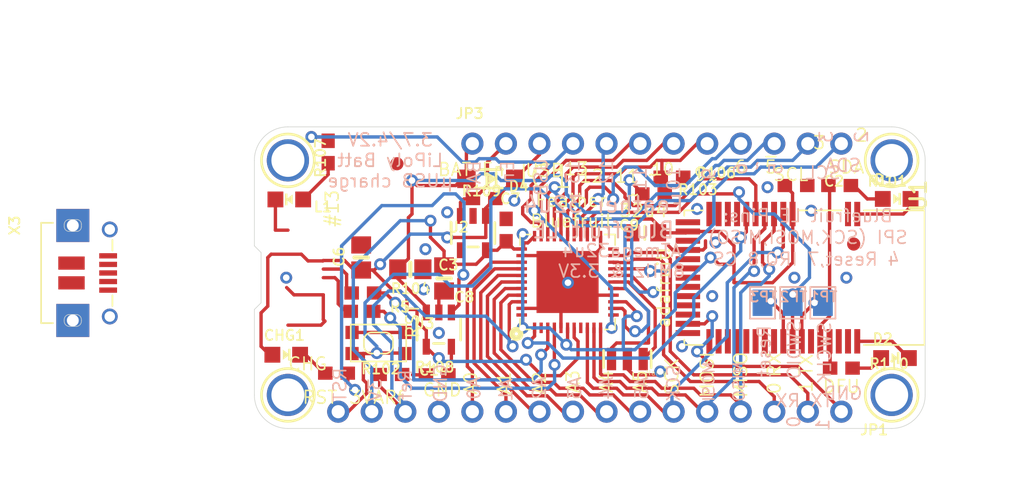
<source format=kicad_pcb>
(kicad_pcb (version 20171130) (host pcbnew "(5.1.8)-1")
  (layers (0 Top signal) (31 Bottom signal) (34 B.Paste user) (35 F.Paste user) (36 B.SilkS user) (37 F.SilkS user) (38 B.Mask user) (39 F.Mask user) (44 Edge.Cuts user))
  (net 0 "")
  (net 1 GND)
  (net 2 +3V3)
  (net 3 VBUS)
  (net 4 VBAT)
  (net 5 DCC)
  (net 6 DEC2)
  (net 7 "Net-(IC1-Pad3)")
  (net 8 "Net-(IC1-Pad4)")
  (net 9 "Net-(R5-Pad1)")
  (net 10 /AREF)
  (net 11 /A5)
  (net 12 /A4)
  (net 13 /A3)
  (net 14 /A2)
  (net 15 /A1)
  (net 16 /A0)
  (net 17 /13)
  (net 18 /5)
  (net 19 /10)
  (net 20 /9)
  (net 21 /8_BLE_CS)
  (net 22 /6)
  (net 23 /12)
  (net 24 /4_SWDIO/RST)
  (net 25 "Net-(IC1-Pad22)")
  (net 26 /1)
  (net 27 /0)
  (net 28 /2)
  (net 29 /3)
  (net 30 "Net-(IC1-Pad17)")
  (net 31 "Net-(IC1-Pad16)")
  (net 32 /RST)
  (net 33 /11)
  (net 34 /MISO)
  (net 35 /MOSI)
  (net 36 /SCK)
  (net 37 "Net-(IC1-Pad8)")
  (net 38 "Net-(IC1-Pad2)")
  (net 39 /7_BLE_IRQ)
  (net 40 "Net-(X3-PadID)")
  (net 41 "Net-(U2-Pad4)")
  (net 42 /EN)
  (net 43 "Net-(U1-Pad40)")
  (net 44 /CONNECTED)
  (net 45 /MODE)
  (net 46 "Net-(U1-Pad37)")
  (net 47 /SWCLK)
  (net 48 /FCTRYRST)
  (net 49 "Net-(U1-Pad33)")
  (net 50 "Net-(U1-Pad32)")
  (net 51 "Net-(U1-Pad31)")
  (net 52 "Net-(U1-Pad30)")
  (net 53 "Net-(U1-Pad29)")
  (net 54 "Net-(U1-Pad28)")
  (net 55 "Net-(U1-Pad27)")
  (net 56 "Net-(U1-Pad26)")
  (net 57 /DFU)
  (net 58 "Net-(U1-Pad23)")
  (net 59 "Net-(U1-Pad22)")
  (net 60 "Net-(U1-Pad21)")
  (net 61 "Net-(U1-Pad20)")
  (net 62 "Net-(U1-Pad19)")
  (net 63 "Net-(U1-Pad18)")
  (net 64 "Net-(U1-Pad17)")
  (net 65 "Net-(U1-Pad12)")
  (net 66 "Net-(U1-Pad11)")
  (net 67 "Net-(U1-Pad10)")
  (net 68 "Net-(U1-Pad9)")
  (net 69 "Net-(D1-PadA)")
  (net 70 "Net-(D2-PadA)")
  (net 71 "Net-(L1-PadA)")
  (net 72 "Net-(CHG1-PadC)")
  (net 73 "Net-(R102-Pad2)")
  (net 74 "Net-(R104-Pad1)")
  (net 75 "Net-(R108-Pad1)")
  (module "Adafruit Feather 32u4 Bluefruit LE:0805-NO" (layer Top) (at 131.1891 103.4746 90)
    (fp_text reference C6 (at -0.7875 -1.22 90) (layer F.SilkS) (effects (font (size 0.77216 0.77216) (thickness 0.138988)) (justify left bottom)))
    (fp_text value 10µF)
    (pad 2 smd rect (at 0.95 0 90) (size 1.3 1.5) (layers Top F.Paste F.Mask) (net 1 GND))
    (pad 1 smd rect (at -0.95 0 90) (size 1.3 1.5) (layers Top F.Paste F.Mask) (net 3 VBUS))
  )
  (module "Adafruit Feather 32u4 Bluefruit LE:0603-NO" (layer Top) (at 142.1681 101.3966 90)
    (fp_text reference C7 (at 1.92 -0.5375) (layer F.SilkS) (effects (font (size 0.77216 0.77216) (thickness 0.138988)) (justify left bottom)))
    (fp_text value 1uF)
    (pad 2 smd rect (at 0.85 0 90) (size 1.1 1) (layers Top F.Paste F.Mask) (net 1 GND))
    (pad 1 smd rect (at -0.85 0 90) (size 1.1 1) (layers Top F.Paste F.Mask) (net 2 +3V3))
  )
  (module "Adafruit Feather 32u4 Bluefruit LE:0805-NO" (layer Top) (at 137.4671 105.0636 270)
    (fp_text reference C8 (at 1.87 -0.6875) (layer F.SilkS) (effects (font (size 0.77216 0.77216) (thickness 0.138988)) (justify left bottom)))
    (fp_text value 10µF)
    (pad 2 smd rect (at 0.95 0 270) (size 1.3 1.5) (layers Top F.Paste F.Mask) (net 1 GND))
    (pad 1 smd rect (at -0.95 0 270) (size 1.3 1.5) (layers Top F.Paste F.Mask) (net 2 +3V3))
  )
  (module "Adafruit Feather 32u4 Bluefruit LE:0603-NO" (layer Top) (at 131.3201 106.1656)
    (fp_text reference R104 (at 2.032 0.127) (layer F.SilkS) (effects (font (size 0.77216 0.77216) (thickness 0.138988)) (justify left bottom)))
    (fp_text value 22)
    (pad 2 smd rect (at 0.85 0) (size 1.1 1) (layers Top F.Paste F.Mask) (net 7 "Net-(IC1-Pad3)"))
    (pad 1 smd rect (at -0.85 0) (size 1.1 1) (layers Top F.Paste F.Mask) (net 74 "Net-(R104-Pad1)"))
  )
  (module "Adafruit Feather 32u4 Bluefruit LE:0603-NO" (layer Top) (at 131.250887 107.554913)
    (fp_text reference R5 (at 2.032 0.127) (layer F.SilkS) (effects (font (size 0.77216 0.77216) (thickness 0.138988)) (justify left bottom)))
    (fp_text value 22)
    (pad 2 smd rect (at 0.85 0) (size 1.1 1) (layers Top F.Paste F.Mask) (net 8 "Net-(IC1-Pad4)"))
    (pad 1 smd rect (at -0.85 0) (size 1.1 1) (layers Top F.Paste F.Mask) (net 9 "Net-(R5-Pad1)"))
  )
  (module "Adafruit Feather 32u4 Bluefruit LE:_0805MP" (layer Top) (at 152.6699 101.605007 180)
    (fp_text reference C9 (at 2.032 0.127) (layer F.SilkS) (effects (font (size 0.77216 0.77216) (thickness 0.138988)) (justify left bottom)))
    (fp_text value 10uF)
    (pad 2 smd rect (at 1.016 0 180) (size 1.2 1.3) (layers Top F.Paste F.Mask) (net 1 GND))
    (pad 1 smd rect (at -1.016 0 180) (size 1.2 1.3) (layers Top F.Paste F.Mask) (net 2 +3V3))
  )
  (module "Adafruit Feather 32u4 Bluefruit LE:CHIPLED_0805_NOOUTLINE" (layer Top) (at 125.7461 99.0746 90)
    (fp_text reference L1 (at -1.016 1.778) (layer F.SilkS) (effects (font (size 0.77216 0.77216) (thickness 0.138988)) (justify left bottom)))
    (fp_text value RED)
    (pad A smd rect (at 0 1.05 90) (size 1.2 1.2) (layers Top F.Paste F.Mask) (net 71 "Net-(L1-PadA)"))
    (pad C smd rect (at 0 -1.05 90) (size 1.2 1.2) (layers Top F.Paste F.Mask) (net 1 GND))
  )
  (module "Adafruit Feather 32u4 Bluefruit LE:TQFN44_7MM" (layer Top) (at 146.819284 105.331994)
    (fp_text reference IC1 (at -3.810003 -6.985) (layer F.SilkS) (effects (font (size 1.6891 1.6891) (thickness 0.135128)) (justify left bottom)))
    (fp_text value ATMEGA32U4-MU)
    (pad THERMAL smd rect (at 0 0) (size 4.7 4.7) (layers Top F.Mask))
    (pad 44 smd rect (at -3.475 2.5) (size 0.8 0.25) (layers Top F.Paste F.Mask) (net 2 +3V3))
    (pad 43 smd rect (at -3.475 2) (size 0.8 0.25) (layers Top F.Paste F.Mask) (net 1 GND))
    (pad 42 smd rect (at -3.475 1.5) (size 0.8 0.25) (layers Top F.Paste F.Mask) (net 10 /AREF))
    (pad 41 smd rect (at -3.475 1) (size 0.8 0.25) (layers Top F.Paste F.Mask) (net 11 /A5))
    (pad 40 smd rect (at -3.475 0.5) (size 0.8 0.25) (layers Top F.Paste F.Mask) (net 12 /A4))
    (pad 39 smd rect (at -3.475 0) (size 0.8 0.25) (layers Top F.Paste F.Mask) (net 13 /A3))
    (pad 38 smd rect (at -3.475 -0.5) (size 0.8 0.25) (layers Top F.Paste F.Mask) (net 14 /A2))
    (pad 37 smd rect (at -3.475 -1) (size 0.8 0.25) (layers Top F.Paste F.Mask) (net 15 /A1))
    (pad 36 smd rect (at -3.475 -1.5) (size 0.8 0.25) (layers Top F.Paste F.Mask) (net 16 /A0))
    (pad 35 smd rect (at -3.475 -2) (size 0.8 0.25) (layers Top F.Paste F.Mask) (net 1 GND))
    (pad 34 smd rect (at -3.475 -2.5) (size 0.8 0.25) (layers Top F.Paste F.Mask) (net 2 +3V3))
    (pad 33 smd rect (at -2.5 -3.475 270) (size 0.8 0.25) (layers Top F.Paste F.Mask) (net 2 +3V3))
    (pad 32 smd rect (at -2 -3.475 270) (size 0.8 0.25) (layers Top F.Paste F.Mask) (net 17 /13))
    (pad 31 smd rect (at -1.5 -3.475 270) (size 0.8 0.25) (layers Top F.Paste F.Mask) (net 18 /5))
    (pad 30 smd rect (at -1 -3.475 270) (size 0.8 0.25) (layers Top F.Paste F.Mask) (net 19 /10))
    (pad 29 smd rect (at -0.5 -3.475 270) (size 0.8 0.25) (layers Top F.Paste F.Mask) (net 20 /9))
    (pad 28 smd rect (at 0 -3.475 270) (size 0.8 0.25) (layers Top F.Paste F.Mask) (net 21 /8_BLE_CS))
    (pad 27 smd rect (at 0.5 -3.475 270) (size 0.8 0.25) (layers Top F.Paste F.Mask) (net 22 /6))
    (pad 26 smd rect (at 1 -3.475 270) (size 0.8 0.25) (layers Top F.Paste F.Mask) (net 23 /12))
    (pad 25 smd rect (at 1.5 -3.475 270) (size 0.8 0.25) (layers Top F.Paste F.Mask) (net 24 /4_SWDIO/RST))
    (pad 24 smd rect (at 2 -3.475 270) (size 0.8 0.25) (layers Top F.Paste F.Mask) (net 2 +3V3))
    (pad 23 smd rect (at 2.5 -3.475 270) (size 0.8 0.25) (layers Top F.Paste F.Mask) (net 1 GND))
    (pad 22 smd rect (at 3.475 -2.5 180) (size 0.8 0.25) (layers Top F.Paste F.Mask) (net 25 "Net-(IC1-Pad22)"))
    (pad 21 smd rect (at 3.475 -2 180) (size 0.8 0.25) (layers Top F.Paste F.Mask) (net 26 /1))
    (pad 20 smd rect (at 3.475 -1.5 180) (size 0.8 0.25) (layers Top F.Paste F.Mask) (net 27 /0))
    (pad 19 smd rect (at 3.475 -1 180) (size 0.8 0.25) (layers Top F.Paste F.Mask) (net 28 /2))
    (pad 18 smd rect (at 3.475 -0.5 180) (size 0.8 0.25) (layers Top F.Paste F.Mask) (net 29 /3))
    (pad 17 smd rect (at 3.475 0 180) (size 0.8 0.25) (layers Top F.Paste F.Mask) (net 30 "Net-(IC1-Pad17)"))
    (pad 16 smd rect (at 3.475 0.5 180) (size 0.8 0.25) (layers Top F.Paste F.Mask) (net 31 "Net-(IC1-Pad16)"))
    (pad 15 smd rect (at 3.475 1 180) (size 0.8 0.25) (layers Top F.Paste F.Mask) (net 1 GND))
    (pad 14 smd rect (at 3.475 1.5 180) (size 0.8 0.25) (layers Top F.Paste F.Mask) (net 2 +3V3))
    (pad 13 smd rect (at 3.475 2 180) (size 0.8 0.25) (layers Top F.Paste F.Mask) (net 32 /RST))
    (pad 12 smd rect (at 3.475 2.5 180) (size 0.8 0.25) (layers Top F.Paste F.Mask) (net 33 /11))
    (pad 11 smd rect (at 2.5 3.475 90) (size 0.8 0.25) (layers Top F.Paste F.Mask) (net 34 /MISO))
    (pad 10 smd rect (at 2 3.475 90) (size 0.8 0.25) (layers Top F.Paste F.Mask) (net 35 /MOSI))
    (pad 9 smd rect (at 1.5 3.475 90) (size 0.8 0.25) (layers Top F.Paste F.Mask) (net 36 /SCK))
    (pad 8 smd rect (at 1 3.475 90) (size 0.8 0.25) (layers Top F.Paste F.Mask) (net 37 "Net-(IC1-Pad8)"))
    (pad 7 smd rect (at 0.5 3.475 90) (size 0.8 0.25) (layers Top F.Paste F.Mask) (net 3 VBUS))
    (pad 6 smd rect (at 0 3.475 90) (size 0.8 0.25) (layers Top F.Paste F.Mask) (net 2 +3V3))
    (pad 5 smd rect (at -0.5 3.475 90) (size 0.8 0.25) (layers Top F.Paste F.Mask) (net 1 GND))
    (pad 4 smd rect (at -1 3.475 90) (size 0.8 0.25) (layers Top F.Paste F.Mask) (net 8 "Net-(IC1-Pad4)"))
    (pad 3 smd rect (at -1.5 3.475 90) (size 0.8 0.25) (layers Top F.Paste F.Mask) (net 7 "Net-(IC1-Pad3)"))
    (pad 2 smd rect (at -2 3.475 90) (size 0.8 0.25) (layers Top F.Paste F.Mask) (net 38 "Net-(IC1-Pad2)"))
    (pad 1 smd rect (at -2.5 3.475 90) (size 0.8 0.25) (layers Top F.Paste F.Mask) (net 39 /7_BLE_IRQ))
  )
  (module "Adafruit Feather 32u4 Bluefruit LE:0603-NO" (layer Top) (at 133.4389 112.343007)
    (fp_text reference C14 (at 2.032 0.127) (layer F.SilkS) (effects (font (size 0.77216 0.77216) (thickness 0.138988)) (justify left bottom)))
    (fp_text value 1uF)
    (pad 2 smd rect (at 0.85 0) (size 1.1 1) (layers Top F.Paste F.Mask) (net 1 GND))
    (pad 1 smd rect (at -0.85 0) (size 1.1 1) (layers Top F.Paste F.Mask) (net 10 /AREF))
  )
  (module "Adafruit Feather 32u4 Bluefruit LE:0603-NO" (layer Top) (at 128.6891 95.4786 270)
    (fp_text reference R107 (at 2.032 0.127 90) (layer F.SilkS) (effects (font (size 0.77216 0.77216) (thickness 0.138988)) (justify left bottom)))
    (fp_text value 2.2K)
    (pad 2 smd rect (at 0.85 0 270) (size 1.1 1) (layers Top F.Paste F.Mask) (net 71 "Net-(L1-PadA)"))
    (pad 1 smd rect (at -0.85 0 270) (size 1.1 1) (layers Top F.Paste F.Mask) (net 17 /13))
  )
  (module "Adafruit Feather 32u4 Bluefruit LE:FIDUCIAL_1MM" (layer Top) (at 133.8961 96.3676 270)
    (fp_text reference U$34 hide)
    (fp_text value FIDUCIAL"" hide)
    (pad 1 smd roundrect (at 0 0 270) (size 1 1) (layers Top F.Mask) (roundrect_rratio 0.5))
  )
  (module "Adafruit Feather 32u4 Bluefruit LE:FIDUCIAL_1MM" (layer Top) (at 168.4873 102.4566 270)
    (fp_text reference U$35 hide)
    (fp_text value FIDUCIAL"" hide)
    (pad 1 smd roundrect (at 0 0 270) (size 1 1) (layers Top F.Mask) (roundrect_rratio 0.5))
  )
  (module "Adafruit Feather 32u4 Bluefruit LE:KMR2" (layer Top) (at 132.4991 109.9566 180)
    (fp_text reference SW1 hide)
    (fp_text value SPST_TACT-KMR2 hide)
    (pad 3 smd rect (at -2 -0.8 180) (size 1 1) (layers Top F.Paste F.Mask) (net 32 /RST))
    (pad 4 smd rect (at -2 0.8 180) (size 1 1) (layers Top F.Paste F.Mask) (net 1 GND))
    (pad 2 smd rect (at 2 0.8 180) (size 1 1) (layers Top F.Paste F.Mask) (net 1 GND))
    (pad 1 smd rect (at 2 -0.8 180) (size 1 1) (layers Top F.Paste F.Mask) (net 32 /RST))
  )
  (module "Adafruit Feather 32u4 Bluefruit LE:MOUNTINGHOLE_2.5_PLATED" (layer Top) (at 125.6411 96.1136 270)
    (fp_text reference U$31 hide)
    (fp_text value MOUNTINGHOLE2.5 hide)
    (pad P$1 thru_hole circle (at 0 0 270) (size 3.2 3.2) (drill 2.5) (layers *.Cu *.Mask))
  )
  (module "Adafruit Feather 32u4 Bluefruit LE:MOUNTINGHOLE_2.5_PLATED" (layer Top) (at 125.6411 113.8936 270)
    (fp_text reference U$32 hide)
    (fp_text value MOUNTINGHOLE2.5 hide)
    (pad P$1 thru_hole circle (at 0 0 270) (size 3.2 3.2) (drill 2.5) (layers *.Cu *.Mask))
  )
  (module "Adafruit Feather 32u4 Bluefruit LE:MOUNTINGHOLE_2.5_PLATED" (layer Top) (at 171.3611 113.8936)
    (fp_text reference U$24 hide)
    (fp_text value MOUNTINGHOLE2.5 hide)
    (pad P$1 thru_hole circle (at 0 0) (size 3.2 3.2) (drill 2.5) (layers *.Cu *.Mask))
  )
  (module "Adafruit Feather 32u4 Bluefruit LE:RESONATOR-SMD" (layer Top) (at 151.347706 111.173994 180)
    (fp_text reference Y1 hide)
    (fp_text value 8MHz hide)
    (fp_text user >Name (at -0.889 -1.27 180) (layer F.SilkS) (effects (font (size 0.38608 0.38608) (thickness 0.032512)) (justify left bottom)))
    (pad 3 smd rect (at 1.2 0 180) (size 0.7 1.7) (layers Top F.Paste F.Mask) (net 31 "Net-(IC1-Pad16)"))
    (pad 2 smd rect (at 0 0 180) (size 0.7 1.7) (layers Top F.Paste F.Mask) (net 1 GND))
    (pad 1 smd rect (at -1.2 0 180) (size 0.7 1.7) (layers Top F.Paste F.Mask) (net 30 "Net-(IC1-Pad17)"))
  )
  (module "Adafruit Feather 32u4 Bluefruit LE:4UCONN_20329_V2" (layer Top) (at 111.252 104.648 270)
    (fp_text reference X3 (at -2.778 5.852 90) (layer F.SilkS) (effects (font (size 0.77216 0.77216) (thickness 0.138988)) (justify left bottom)))
    (fp_text value microUSB)
    (fp_line (start 3.15 2.2) (end 3.15 1.6) (layer Edge.Cuts) (width 0.05))
    (fp_line (start 4.05 1.6) (end 4.05 2.2) (layer Edge.Cuts) (width 0.05))
    (fp_line (start -4.05 2.15) (end -4.05 1.6) (layer Edge.Cuts) (width 0.05))
    (fp_line (start -3.5 2.55) (end -3.7 2.55) (layer Edge.Cuts) (width 0.05))
    (fp_line (start -3.15 1.6) (end -3.15 2.15) (layer Edge.Cuts) (width 0.05))
    (fp_line (start -3.7 1.25) (end -3.5 1.25) (layer Edge.Cuts) (width 0.05))
    (fp_arc (start 3.55 1.65) (end 3.15 1.6) (angle 90) (layer Edge.Cuts) (width 0.05))
    (fp_arc (start 3.65 1.65) (end 3.6 1.25) (angle 90) (layer Edge.Cuts) (width 0.05))
    (fp_arc (start 3.55 2.15) (end 3.6 2.55) (angle 90) (layer Edge.Cuts) (width 0.05))
    (fp_arc (start 3.65 2.15) (end 4.05 2.2) (angle 90) (layer Edge.Cuts) (width 0.05))
    (fp_arc (start -3.675 2.175) (end -3.7 2.55) (angle 90) (layer Edge.Cuts) (width 0.05))
    (fp_arc (start -3.525 2.175) (end -3.15 2.15) (angle 90) (layer Edge.Cuts) (width 0.05))
    (fp_arc (start -3.5 1.6) (end -3.5 1.25) (angle 90) (layer Edge.Cuts) (width 0.05))
    (fp_arc (start -3.7 1.6) (end -4.05 1.6) (angle 90) (layer Edge.Cuts) (width 0.05))
    (pad BASE@2 smd rect (at 0.75 2) (size 2 1) (layers Top F.Paste F.Mask) (net 1 GND))
    (pad BASE@1 smd rect (at -0.75 2) (size 2 1) (layers Top F.Paste F.Mask) (net 1 GND))
    (pad GND smd rect (at 1.3 -0.775 270) (size 0.4 1.35) (layers Top F.Paste F.Mask) (net 1 GND))
    (pad ID smd rect (at 0.65 -0.775 270) (size 0.4 1.35) (layers Top F.Paste F.Mask) (net 40 "Net-(X3-PadID)"))
    (pad D+ smd rect (at 0 -0.775 270) (size 0.4 1.35) (layers Top F.Paste F.Mask) (net 9 "Net-(R5-Pad1)"))
    (pad D- smd rect (at -0.65 -0.775 270) (size 0.4 1.35) (layers Top F.Paste F.Mask) (net 74 "Net-(R104-Pad1)"))
    (pad VBUS smd rect (at -1.3 -0.775 270) (size 0.4 1.35) (layers Top F.Paste F.Mask) (net 3 VBUS))
    (pad SPRT@2 thru_hole circle (at 3.3 -0.9 270) (size 1.2 1.2) (drill 0.8) (layers *.Cu *.Mask) (net 1 GND))
    (pad SPRT@1 thru_hole circle (at -3.3 -0.9 90) (size 1.2 1.2) (drill 0.8) (layers *.Cu *.Mask) (net 1 GND))
    (pad SPRT@3 thru_hole rect (at -3.6 1.9) (size 2.5 2.5) (drill 0.9) (layers *.Cu *.Mask) (net 1 GND))
    (pad SPRT@4 thru_hole rect (at 3.6 1.9) (size 2.5 2.5) (drill 0.9) (layers *.Cu *.Mask) (net 1 GND))
    (pad "" np_thru_hole circle (at 1.95 0 270) (size 0.7 0.7) (drill 0.7) (layers *.Cu *.Mask))
    (pad "" np_thru_hole circle (at -1.95 0 270) (size 0.7 0.7) (drill 0.7) (layers *.Cu *.Mask))
  )
  (module "Adafruit Feather 32u4 Bluefruit LE:SOT23-5" (layer Top) (at 139.6619 101.6254 180)
    (fp_text reference U2 (at 1.978 0) (layer F.SilkS) (effects (font (size 0.77216 0.77216) (thickness 0.138988)) (justify left bottom)))
    (fp_text value SPX3819-3.3)
    (pad 5 smd rect (at -0.95 -1.3001 180) (size 0.55 1.2) (layers Top F.Paste F.Mask) (net 2 +3V3))
    (pad 4 smd rect (at 0.95 -1.3001 180) (size 0.55 1.2) (layers Top F.Paste F.Mask) (net 41 "Net-(U2-Pad4)"))
    (pad 3 smd rect (at 0.95 1.3001 180) (size 0.55 1.2) (layers Top F.Paste F.Mask) (net 42 /EN))
    (pad 2 smd rect (at 0 1.3001 180) (size 0.55 1.2) (layers Top F.Paste F.Mask) (net 1 GND))
    (pad 1 smd rect (at -0.95 1.3001 180) (size 0.55 1.2) (layers Top F.Paste F.Mask) (net 3 VBUS))
  )
  (module "Adafruit Feather 32u4 Bluefruit LE:SOD-123" (layer Top) (at 141.0081 97.5106 180)
    (fp_text reference D4 (at -1.27 -1.016) (layer F.SilkS) (effects (font (size 0.77216 0.77216) (thickness 0.138988)) (justify left bottom)))
    (fp_text value MBR120)
    (pad A smd rect (at 1.85 0 270) (size 1.4 1.4) (layers Top F.Paste F.Mask) (net 4 VBAT))
    (pad C smd rect (at -1.85 0 270) (size 1.4 1.4) (layers Top F.Paste F.Mask) (net 3 VBUS))
  )
  (module "Adafruit Feather 32u4 Bluefruit LE:BLE_MODULE_RAYTAC_MDBT40" (layer Top) (at 164.7571 105.0036 270)
    (fp_text reference U1 (at -4.866 -9.328 90) (layer F.SilkS) (effects (font (size 1.2065 1.2065) (thickness 0.21717)) (justify left bottom)))
    (fp_text value MBT40)
    (pad "" np_thru_hole circle (at 2.2 -4.45 270) (size 0.9 0.9) (drill 0.9) (layers *.Cu *.Mask))
    (pad 42 smd rect (at 4.825 -4 270) (size 1.85 0.45) (layers Top F.Paste F.Mask) (net 1 GND))
    (pad 41 smd rect (at 4.825 -3.3 270) (size 1.85 0.45) (layers Top F.Paste F.Mask) (net 6 DEC2))
    (pad 40 smd rect (at 4.825 -2.6 270) (size 1.85 0.45) (layers Top F.Paste F.Mask) (net 43 "Net-(U1-Pad40)"))
    (pad 39 smd rect (at 4.825 -1.9 270) (size 1.85 0.45) (layers Top F.Paste F.Mask) (net 44 /CONNECTED))
    (pad 38 smd rect (at 4.825 -1.2 270) (size 1.85 0.45) (layers Top F.Paste F.Mask) (net 45 /MODE))
    (pad 37 smd rect (at 4.825 -0.5 270) (size 1.85 0.45) (layers Top F.Paste F.Mask) (net 46 "Net-(U1-Pad37)"))
    (pad 36 smd rect (at 4.825 0.2 270) (size 1.85 0.45) (layers Top F.Paste F.Mask) (net 47 /SWCLK))
    (pad 35 smd rect (at 4.825 0.9 270) (size 1.85 0.45) (layers Top F.Paste F.Mask) (net 24 /4_SWDIO/RST))
    (pad 34 smd rect (at 4.825 1.6 270) (size 1.85 0.45) (layers Top F.Paste F.Mask) (net 48 /FCTRYRST))
    (pad 33 smd rect (at 4.825 2.3 270) (size 1.85 0.45) (layers Top F.Paste F.Mask) (net 49 "Net-(U1-Pad33)"))
    (pad 32 smd rect (at 4.825 3 270) (size 1.85 0.45) (layers Top F.Paste F.Mask) (net 50 "Net-(U1-Pad32)"))
    (pad 31 smd rect (at 4.825 3.7 270) (size 1.85 0.45) (layers Top F.Paste F.Mask) (net 51 "Net-(U1-Pad31)"))
    (pad 30 smd rect (at 4.825 4.4 270) (size 1.85 0.45) (layers Top F.Paste F.Mask) (net 52 "Net-(U1-Pad30)"))
    (pad 29 smd rect (at 4.825 5.1 270) (size 1.85 0.45) (layers Top F.Paste F.Mask) (net 53 "Net-(U1-Pad29)"))
    (pad 28 smd rect (at 4.825 5.8 270) (size 1.85 0.45) (layers Top F.Paste F.Mask) (net 54 "Net-(U1-Pad28)"))
    (pad 27 smd rect (at 4.825 6.5 270) (size 1.85 0.45) (layers Top F.Paste F.Mask) (net 55 "Net-(U1-Pad27)"))
    (pad 26 smd rect (at 4.825 7.2 270) (size 1.85 0.45) (layers Top F.Paste F.Mask) (net 56 "Net-(U1-Pad26)"))
    (pad 25 smd rect (at 4.2 8.825) (size 1.85 0.45) (layers Top F.Paste F.Mask) (net 1 GND))
    (pad 24 smd rect (at 3.5 8.825) (size 1.85 0.45) (layers Top F.Paste F.Mask) (net 57 /DFU))
    (pad 23 smd rect (at 2.8 8.825) (size 1.85 0.45) (layers Top F.Paste F.Mask) (net 58 "Net-(U1-Pad23)"))
    (pad 22 smd rect (at 2.1 8.825) (size 1.85 0.45) (layers Top F.Paste F.Mask) (net 59 "Net-(U1-Pad22)"))
    (pad 21 smd rect (at 1.4 8.825) (size 1.85 0.45) (layers Top F.Paste F.Mask) (net 60 "Net-(U1-Pad21)"))
    (pad 20 smd rect (at 0.7 8.825) (size 1.85 0.45) (layers Top F.Paste F.Mask) (net 61 "Net-(U1-Pad20)"))
    (pad 19 smd rect (at 0 8.825) (size 1.85 0.45) (layers Top F.Paste F.Mask) (net 62 "Net-(U1-Pad19)"))
    (pad 18 smd rect (at -0.7 8.825) (size 1.85 0.45) (layers Top F.Paste F.Mask) (net 63 "Net-(U1-Pad18)"))
    (pad 17 smd rect (at -1.4 8.825) (size 1.85 0.45) (layers Top F.Paste F.Mask) (net 64 "Net-(U1-Pad17)"))
    (pad 16 smd rect (at -2.1 8.825) (size 1.85 0.45) (layers Top F.Paste F.Mask) (net 1 GND))
    (pad 15 smd rect (at -2.8 8.825) (size 1.85 0.45) (layers Top F.Paste F.Mask) (net 5 DCC))
    (pad 14 smd rect (at -3.5 8.825) (size 1.85 0.45) (layers Top F.Paste F.Mask) (net 2 +3V3))
    (pad 13 smd rect (at -4.2 8.825) (size 1.85 0.45) (layers Top F.Paste F.Mask) (net 1 GND))
    (pad 12 smd rect (at -4.825 7.2 270) (size 1.85 0.45) (layers Top F.Paste F.Mask) (net 65 "Net-(U1-Pad12)"))
    (pad 11 smd rect (at -4.825 6.5 270) (size 1.85 0.45) (layers Top F.Paste F.Mask) (net 66 "Net-(U1-Pad11)"))
    (pad 10 smd rect (at -4.825 5.8 270) (size 1.85 0.45) (layers Top F.Paste F.Mask) (net 67 "Net-(U1-Pad10)"))
    (pad 9 smd rect (at -4.825 5.1 270) (size 1.85 0.45) (layers Top F.Paste F.Mask) (net 68 "Net-(U1-Pad9)"))
    (pad 8 smd rect (at -4.825 4.4 270) (size 1.85 0.45) (layers Top F.Paste F.Mask) (net 39 /7_BLE_IRQ))
    (pad 7 smd rect (at -4.825 3.7 270) (size 1.85 0.45) (layers Top F.Paste F.Mask) (net 21 /8_BLE_CS))
    (pad 6 smd rect (at -4.825 3 270) (size 1.85 0.45) (layers Top F.Paste F.Mask) (net 35 /MOSI))
    (pad 5 smd rect (at -4.825 2.3 270) (size 1.85 0.45) (layers Top F.Paste F.Mask) (net 34 /MISO))
    (pad 4 smd rect (at -4.825 1.6 270) (size 1.85 0.45) (layers Top F.Paste F.Mask) (net 36 /SCK))
    (pad 3 smd rect (at -4.825 0.9 270) (size 1.85 0.45) (layers Top F.Paste F.Mask) (net 2 +3V3))
    (pad 2 smd rect (at -4.825 -3.3 270) (size 1.85 0.45) (layers Top F.Paste F.Mask) (net 1 GND))
    (pad 1 smd rect (at -4.825 -4 270) (size 1.85 0.45) (layers Top F.Paste F.Mask) (net 1 GND))
  )
  (module "Adafruit Feather 32u4 Bluefruit LE:CHIPLED_0805_NOOUTLINE" (layer Top) (at 171.7421 99.0346 270)
    (fp_text reference D1 (at -1.016 1.778) (layer F.SilkS) (effects (font (size 0.77216 0.77216) (thickness 0.138988)) (justify left bottom)))
    (fp_text value RED)
    (pad A smd rect (at 0 1.05 270) (size 1.2 1.2) (layers Top F.Paste F.Mask) (net 69 "Net-(D1-PadA)"))
    (pad C smd rect (at 0 -1.05 270) (size 1.2 1.2) (layers Top F.Paste F.Mask) (net 1 GND))
  )
  (module "Adafruit Feather 32u4 Bluefruit LE:CHIPLED_0805_NOOUTLINE" (layer Top) (at 171.6151 111.0996 270)
    (fp_text reference D2 (at -1.016 1.778) (layer F.SilkS) (effects (font (size 0.77216 0.77216) (thickness 0.138988)) (justify left bottom)))
    (fp_text value BLUE)
    (pad A smd rect (at 0 1.05 270) (size 1.2 1.2) (layers Top F.Paste F.Mask) (net 70 "Net-(D2-PadA)"))
    (pad C smd rect (at 0 -1.05 270) (size 1.2 1.2) (layers Top F.Paste F.Mask) (net 1 GND))
  )
  (module "Adafruit Feather 32u4 Bluefruit LE:0603-NO" (layer Top) (at 167.4241 98.0186)
    (fp_text reference R101 (at 2.032 0.127) (layer F.SilkS) (effects (font (size 0.77216 0.77216) (thickness 0.138988)) (justify left bottom)))
    (fp_text value 2.2K)
    (pad 2 smd rect (at 0.85 0) (size 1.1 1) (layers Top F.Paste F.Mask) (net 69 "Net-(D1-PadA)"))
    (pad 1 smd rect (at -0.85 0) (size 1.1 1) (layers Top F.Paste F.Mask) (net 45 /MODE))
  )
  (module "Adafruit Feather 32u4 Bluefruit LE:0603-NO" (layer Top) (at 167.5511 111.8616)
    (fp_text reference R110 (at 2.032 0.127) (layer F.SilkS) (effects (font (size 0.77216 0.77216) (thickness 0.138988)) (justify left bottom)))
    (fp_text value 2.2K)
    (pad 2 smd rect (at 0.85 0) (size 1.1 1) (layers Top F.Paste F.Mask) (net 70 "Net-(D2-PadA)"))
    (pad 1 smd rect (at -0.85 0) (size 1.1 1) (layers Top F.Paste F.Mask) (net 44 /CONNECTED))
  )
  (module "Adafruit Feather 32u4 Bluefruit LE:0603-NO" (layer Top) (at 164.1221 98.0186)
    (fp_text reference C2 (at 2.032 0.127) (layer F.SilkS) (effects (font (size 0.77216 0.77216) (thickness 0.138988)) (justify left bottom)))
    (fp_text value 1uF)
    (pad 2 smd rect (at 0.85 0) (size 1.1 1) (layers Top F.Paste F.Mask) (net 1 GND))
    (pad 1 smd rect (at -0.85 0) (size 1.1 1) (layers Top F.Paste F.Mask) (net 2 +3V3))
  )
  (module "Adafruit Feather 32u4 Bluefruit LE:PAD-1.5X2.0" (layer Bottom) (at 166.1541 106.9086 180)
    (fp_text reference TP1 (at 1.1 0) (layer B.SilkS) (effects (font (size 0.77216 0.77216) (thickness 0.138988)) (justify right bottom mirror)))
    (fp_text value SWCLK)
    (pad P$1 smd rect (at 0 0 180) (size 1.5 2) (layers Bottom B.Mask) (net 47 /SWCLK))
  )
  (module "Adafruit Feather 32u4 Bluefruit LE:PAD-1.5X2.0" (layer Bottom) (at 163.8681 106.9086 180)
    (fp_text reference TP2 (at 1.1 0) (layer B.SilkS) (effects (font (size 0.77216 0.77216) (thickness 0.138988)) (justify right bottom mirror)))
    (fp_text value SWDIO)
    (pad P$1 smd rect (at 0 0 180) (size 1.5 2) (layers Bottom B.Mask) (net 24 /4_SWDIO/RST))
  )
  (module "Adafruit Feather 32u4 Bluefruit LE:1X16_ROUND" (layer Top) (at 148.5011 115.1636 180)
    (fp_text reference JP1 (at -20.3962 -1.8288) (layer F.SilkS) (effects (font (size 0.77216 0.77216) (thickness 0.138988)) (justify left bottom)))
    (fp_text value HEADER-1X16ROUND)
    (pad 16 thru_hole circle (at 19.05 0 270) (size 1.6764 1.6764) (drill 1) (layers *.Cu *.Mask) (net 32 /RST))
    (pad 15 thru_hole circle (at 16.51 0 270) (size 1.6764 1.6764) (drill 1) (layers *.Cu *.Mask) (net 2 +3V3))
    (pad 14 thru_hole circle (at 13.97 0 270) (size 1.6764 1.6764) (drill 1) (layers *.Cu *.Mask) (net 10 /AREF))
    (pad 13 thru_hole circle (at 11.43 0 270) (size 1.6764 1.6764) (drill 1) (layers *.Cu *.Mask) (net 1 GND))
    (pad 12 thru_hole circle (at 8.89 0 270) (size 1.6764 1.6764) (drill 1) (layers *.Cu *.Mask) (net 16 /A0))
    (pad 11 thru_hole circle (at 6.35 0 270) (size 1.6764 1.6764) (drill 1) (layers *.Cu *.Mask) (net 15 /A1))
    (pad 10 thru_hole circle (at 3.81 0 270) (size 1.6764 1.6764) (drill 1) (layers *.Cu *.Mask) (net 14 /A2))
    (pad 9 thru_hole circle (at 1.27 0 270) (size 1.6764 1.6764) (drill 1) (layers *.Cu *.Mask) (net 13 /A3))
    (pad 8 thru_hole circle (at -1.27 0 270) (size 1.6764 1.6764) (drill 1) (layers *.Cu *.Mask) (net 12 /A4))
    (pad 7 thru_hole circle (at -3.81 0 270) (size 1.6764 1.6764) (drill 1) (layers *.Cu *.Mask) (net 11 /A5))
    (pad 6 thru_hole circle (at -6.35 0 270) (size 1.6764 1.6764) (drill 1) (layers *.Cu *.Mask) (net 36 /SCK))
    (pad 5 thru_hole circle (at -8.89 0 270) (size 1.6764 1.6764) (drill 1) (layers *.Cu *.Mask) (net 35 /MOSI))
    (pad 4 thru_hole circle (at -11.43 0 270) (size 1.6764 1.6764) (drill 1) (layers *.Cu *.Mask) (net 34 /MISO))
    (pad 3 thru_hole circle (at -13.97 0 270) (size 1.6764 1.6764) (drill 1) (layers *.Cu *.Mask) (net 27 /0))
    (pad 2 thru_hole circle (at -16.51 0 270) (size 1.6764 1.6764) (drill 1) (layers *.Cu *.Mask) (net 26 /1))
    (pad 1 thru_hole circle (at -19.05 0 270) (size 1.6764 1.6764) (drill 1) (layers *.Cu *.Mask) (net 57 /DFU))
  )
  (module "Adafruit Feather 32u4 Bluefruit LE:MOUNTINGHOLE_2.5_PLATED" (layer Top) (at 171.3611 96.1136)
    (fp_text reference U$6 hide)
    (fp_text value MOUNTINGHOLE2.5 hide)
    (pad P$1 thru_hole circle (at 0 0) (size 3.2 3.2) (drill 2.5) (layers *.Cu *.Mask))
  )
  (module "Adafruit Feather 32u4 Bluefruit LE:PAD-1.5X2.0" (layer Bottom) (at 161.5821 106.9086 180)
    (fp_text reference TP3 (at 1.1 0 180) (layer B.SilkS) (effects (font (size 0.77216 0.77216) (thickness 0.146304)) (justify right bottom mirror)))
    (fp_text value SWDIO)
    (pad P$1 smd rect (at 0 0 180) (size 1.5 2) (layers Bottom B.Mask) (net 48 /FCTRYRST))
  )
  (module "Adafruit Feather 32u4 Bluefruit LE:1X12_ROUND" (layer Top) (at 153.5811 94.8436)
    (fp_text reference JP3 (at -15.3162 -1.8288) (layer F.SilkS) (effects (font (size 0.77216 0.77216) (thickness 0.138988)) (justify left bottom)))
    (fp_text value HEADER-1X12)
    (pad 12 thru_hole circle (at 13.97 0 90) (size 1.6764 1.6764) (drill 1) (layers *.Cu *.Mask) (net 28 /2))
    (pad 11 thru_hole circle (at 11.43 0 90) (size 1.6764 1.6764) (drill 1) (layers *.Cu *.Mask) (net 29 /3))
    (pad 10 thru_hole circle (at 8.89 0 90) (size 1.6764 1.6764) (drill 1) (layers *.Cu *.Mask) (net 18 /5))
    (pad 9 thru_hole circle (at 6.35 0 90) (size 1.6764 1.6764) (drill 1) (layers *.Cu *.Mask) (net 22 /6))
    (pad 8 thru_hole circle (at 3.81 0 90) (size 1.6764 1.6764) (drill 1) (layers *.Cu *.Mask) (net 20 /9))
    (pad 7 thru_hole circle (at 1.27 0 90) (size 1.6764 1.6764) (drill 1) (layers *.Cu *.Mask) (net 19 /10))
    (pad 6 thru_hole circle (at -1.27 0 90) (size 1.6764 1.6764) (drill 1) (layers *.Cu *.Mask) (net 33 /11))
    (pad 5 thru_hole circle (at -3.81 0 90) (size 1.6764 1.6764) (drill 1) (layers *.Cu *.Mask) (net 23 /12))
    (pad 4 thru_hole circle (at -6.35 0 90) (size 1.6764 1.6764) (drill 1) (layers *.Cu *.Mask) (net 17 /13))
    (pad 3 thru_hole circle (at -8.89 0 90) (size 1.6764 1.6764) (drill 1) (layers *.Cu *.Mask) (net 3 VBUS))
    (pad 2 thru_hole circle (at -11.43 0 90) (size 1.6764 1.6764) (drill 1) (layers *.Cu *.Mask) (net 42 /EN))
    (pad 1 thru_hole circle (at -13.97 0 90) (size 1.6764 1.6764) (drill 1) (layers *.Cu *.Mask) (net 4 VBAT))
  )
  (module "Adafruit Feather 32u4 Bluefruit LE:SOT23-5" (layer Top) (at 137.0711 108.9406 180)
    (fp_text reference U3 (at 1.978 0) (layer F.SilkS) (effects (font (size 0.77216 0.77216) (thickness 0.138988)) (justify left bottom)))
    (fp_text value MCP73831T-2ACI/OT)
    (pad 5 smd rect (at -0.95 -1.3001 180) (size 0.55 1.2) (layers Top F.Paste F.Mask) (net 75 "Net-(R108-Pad1)"))
    (pad 4 smd rect (at 0.95 -1.3001 180) (size 0.55 1.2) (layers Top F.Paste F.Mask) (net 3 VBUS))
    (pad 3 smd rect (at 0.95 1.3001 180) (size 0.55 1.2) (layers Top F.Paste F.Mask) (net 4 VBAT))
    (pad 2 smd rect (at 0 1.3001 180) (size 0.55 1.2) (layers Top F.Paste F.Mask) (net 1 GND))
    (pad 1 smd rect (at -0.95 1.3001 180) (size 0.55 1.2) (layers Top F.Paste F.Mask) (net 73 "Net-(R102-Pad2)"))
  )
  (module "Adafruit Feather 32u4 Bluefruit LE:CHIPLED_0805_NOOUTLINE" (layer Top) (at 125.5141 110.8456 270)
    (fp_text reference CHG1 (at -1.016 1.778) (layer F.SilkS) (effects (font (size 0.77216 0.77216) (thickness 0.138988)) (justify left bottom)))
    (fp_text value ORANGE)
    (pad A smd rect (at 0 1.05 270) (size 1.2 1.2) (layers Top F.Paste F.Mask) (net 3 VBUS))
    (pad C smd rect (at 0 -1.05 270) (size 1.2 1.2) (layers Top F.Paste F.Mask) (net 72 "Net-(CHG1-PadC)"))
  )
  (module "Adafruit Feather 32u4 Bluefruit LE:0603-NO" (layer Top) (at 129.3241 112.2426)
    (fp_text reference R102 (at 1.778 0.127) (layer F.SilkS) (effects (font (size 0.77216 0.77216) (thickness 0.138988)) (justify left bottom)))
    (fp_text value 1K)
    (pad 2 smd rect (at 0.85 0) (size 1.1 1) (layers Top F.Paste F.Mask) (net 73 "Net-(R102-Pad2)"))
    (pad 1 smd rect (at -0.85 0) (size 1.1 1) (layers Top F.Paste F.Mask) (net 72 "Net-(CHG1-PadC)"))
  )
  (module "Adafruit Feather 32u4 Bluefruit LE:0805-NO" (layer Top) (at 134.9121 104.3686)
    (fp_text reference C3 (at 2.032 0.127) (layer F.SilkS) (effects (font (size 0.77216 0.77216) (thickness 0.138988)) (justify left bottom)))
    (fp_text value 10µF)
    (pad 2 smd rect (at 0.95 0) (size 1.3 1.5) (layers Top F.Paste F.Mask) (net 1 GND))
    (pad 1 smd rect (at -0.95 0) (size 1.3 1.5) (layers Top F.Paste F.Mask) (net 4 VBAT))
  )
  (module "Adafruit Feather 32u4 Bluefruit LE:0603-NO" (layer Top) (at 136.9441 112.3696 180)
    (fp_text reference R108 (at 1.778 0.127) (layer F.SilkS) (effects (font (size 0.77216 0.77216) (thickness 0.138988)) (justify left bottom)))
    (fp_text value 10K\)
    (pad 2 smd rect (at 0.85 0 180) (size 1.1 1) (layers Top F.Paste F.Mask) (net 1 GND))
    (pad 1 smd rect (at -0.85 0 180) (size 1.1 1) (layers Top F.Paste F.Mask) (net 75 "Net-(R108-Pad1)"))
  )
  (module "Adafruit Feather 32u4 Bluefruit LE:0603-NO" (layer Top) (at 153.3271 98.6536)
    (fp_text reference R103 (at 1.778 0.127) (layer F.SilkS) (effects (font (size 0.77216 0.77216) (thickness 0.138988)) (justify left bottom)))
    (fp_text value 100K)
    (pad 2 smd rect (at 0.85 0) (size 1.1 1) (layers Top F.Paste F.Mask) (net 20 /9))
    (pad 1 smd rect (at -0.85 0) (size 1.1 1) (layers Top F.Paste F.Mask) (net 4 VBAT))
  )
  (module "Adafruit Feather 32u4 Bluefruit LE:0603-NO" (layer Top) (at 154.7241 97.3836)
    (fp_text reference R106 (at 1.778 0.127) (layer F.SilkS) (effects (font (size 0.77216 0.77216) (thickness 0.138988)) (justify left bottom)))
    (fp_text value 100K)
    (pad 2 smd rect (at 0.85 0) (size 1.1 1) (layers Top F.Paste F.Mask) (net 1 GND))
    (pad 1 smd rect (at -0.85 0) (size 1.1 1) (layers Top F.Paste F.Mask) (net 20 /9))
  )
  (module "Adafruit Feather 32u4 Bluefruit LE:0603-NO" (layer Top) (at 140.5001 99.0092 180)
    (fp_text reference R109 (at 1.778 0.127) (layer F.SilkS) (effects (font (size 0.77216 0.77216) (thickness 0.138988)) (justify left bottom)))
    (fp_text value 100K)
    (pad 2 smd rect (at 0.85 0 180) (size 1.1 1) (layers Top F.Paste F.Mask) (net 42 /EN))
    (pad 1 smd rect (at -0.85 0 180) (size 1.1 1) (layers Top F.Paste F.Mask) (net 3 VBUS))
  )
  (gr_line (start 125.6411 116.4336) (end 171.3611 116.4336) (layer Edge.Cuts) (width 0.05))
  (gr_arc (start 171.3611 113.8936) (end 171.3611 116.4336) (angle -90) (layer Edge.Cuts) (width 0.05))
  (gr_line (start 173.9011 113.8936) (end 173.9011 96.1136) (layer Edge.Cuts) (width 0.05))
  (gr_arc (start 171.3611 96.1136) (end 173.9011 96.1136) (angle -90) (layer Edge.Cuts) (width 0.05))
  (gr_line (start 171.3611 93.5736) (end 125.6411 93.5736) (layer Edge.Cuts) (width 0.05))
  (gr_arc (start 125.6411 96.1136) (end 125.6411 93.5736) (angle -90) (layer Edge.Cuts) (width 0.05))
  (gr_line (start 123.1011 96.1136) (end 123.1011 102.5906) (layer Edge.Cuts) (width 0.05))
  (gr_line (start 123.1011 102.5906) (end 123.6091 103.0986) (layer Edge.Cuts) (width 0.05))
  (gr_line (start 123.6091 103.0986) (end 123.6091 106.9086) (layer Edge.Cuts) (width 0.05))
  (gr_line (start 123.6091 106.9086) (end 123.1011 107.4166) (layer Edge.Cuts) (width 0.05))
  (gr_line (start 123.1011 107.4166) (end 123.1011 113.8936) (layer Edge.Cuts) (width 0.05))
  (gr_arc (start 125.6411 113.8936) (end 123.1011 113.8936) (angle -90) (layer Edge.Cuts) (width 0.05))
  (gr_text USB (at 145.0721 96.8756) (layer F.SilkS) (effects (font (size 0.9652 0.9652) (thickness 0.12192))))
  (gr_text RST (at 129.4511 113.5126) (layer F.SilkS) (effects (font (size 0.9652 0.9652) (thickness 0.12192)) (justify right top)))
  (gr_text ARf (at 134.5311 113.5126) (layer F.SilkS) (effects (font (size 0.9652 0.9652) (thickness 0.12192)) (justify right top)))
  (gr_text 3V (at 132.1181 113.5126) (layer F.SilkS) (effects (font (size 0.9652 0.9652) (thickness 0.12192)) (justify right top)))
  (gr_text A5 (at 152.3111 112.8776 90) (layer F.SilkS) (effects (font (size 0.9652 0.9652) (thickness 0.12192))))
  (gr_text A4 (at 149.7711 112.8776 90) (layer F.SilkS) (effects (font (size 0.9652 0.9652) (thickness 0.12192))))
  (gr_text A3 (at 147.2311 112.8776 90) (layer F.SilkS) (effects (font (size 0.9652 0.9652) (thickness 0.12192))))
  (gr_text A2 (at 144.6911 113.0046 90) (layer F.SilkS) (effects (font (size 0.9652 0.9652) (thickness 0.12192))))
  (gr_text A1 (at 142.0241 113.0046 90) (layer F.SilkS) (effects (font (size 0.9652 0.9652) (thickness 0.12192))))
  (gr_text A0 (at 139.4841 113.0046 90) (layer F.SilkS) (effects (font (size 0.9652 0.9652) (thickness 0.12192))))
  (gr_text 13 (at 147.4851 96.7486) (layer F.SilkS) (effects (font (size 0.9652 0.9652) (thickness 0.12192))))
  (gr_text ~5 (at 162.2171 96.6216) (layer F.SilkS) (effects (font (size 0.9652 0.9652) (thickness 0.12192))))
  (gr_text 11 (at 152.3111 96.7486) (layer F.SilkS) (effects (font (size 0.9652 0.9652) (thickness 0.12192)) (justify right top)))
  (gr_text 10 (at 154.9781 96.2406) (layer F.SilkS) (effects (font (size 0.91694 0.91694) (thickness 0.115824)) (justify right top)))
  (gr_text 9 (at 157.3911 96.6216) (layer F.SilkS) (effects (font (size 0.9652 0.9652) (thickness 0.12192)) (justify right top)))
  (gr_text SCK (at 154.7241 112.4966 90) (layer F.SilkS) (effects (font (size 0.9652 0.9652) (thickness 0.12192))))
  (gr_text MOSI (at 157.3911 112.3696 90) (layer F.SilkS) (effects (font (size 0.9652 0.9652) (thickness 0.12192))))
  (gr_text MISO (at 159.9311 112.3696 90) (layer F.SilkS) (effects (font (size 0.9652 0.9652) (thickness 0.12192))))
  (gr_text SCL (at 165.1381 96.6216) (layer F.SilkS) (effects (font (size 0.9652 0.9652) (thickness 0.12192)) (justify right top)))
  (gr_text SDA (at 167.9321 96.6216) (layer F.SilkS) (effects (font (size 0.9652 0.9652) (thickness 0.12192))))
  (gr_text 3 (at 166.4081 94.2086) (layer F.SilkS) (effects (font (size 0.9652 0.9652) (thickness 0.12192)) (justify right top)))
  (gr_text 2 (at 169.0751 94.2086) (layer F.SilkS) (effects (font (size 0.9652 0.9652) (thickness 0.12192))))
  (gr_text 0 (at 162.4711 113.3856 90) (layer F.SilkS) (effects (font (size 0.9652 0.9652) (thickness 0.12192))))
  (gr_text 1 (at 164.8841 113.2586 90) (layer F.SilkS) (effects (font (size 0.9652 0.9652) (thickness 0.12192))))
  (gr_text RX (at 162.4711 111.6076 90) (layer F.SilkS) (effects (font (size 0.9652 0.9652) (thickness 0.12192))))
  (gr_text TX (at 164.8841 111.6076 90) (layer F.SilkS) (effects (font (size 0.9652 0.9652) (thickness 0.12192))))
  (gr_text BAT (at 139.6111 96.2406) (layer F.SilkS) (effects (font (size 0.9652 0.9652) (thickness 0.12192)) (justify right top)))
  (gr_text 12 (at 149.6441 96.7486) (layer F.SilkS) (effects (font (size 0.9652 0.9652) (thickness 0.12192)) (justify right top)))
  (gr_text 6 (at 159.9311 96.6216) (layer F.SilkS) (effects (font (size 0.9652 0.9652) (thickness 0.12192))))
  (gr_text GND (at 137.3251 113.5126) (layer F.SilkS) (effects (font (size 0.9652 0.9652) (thickness 0.12192))))
  (gr_text "#13" (at 128.4351 98.2726 90) (layer F.SilkS) (effects (font (size 0.9652 0.9652) (thickness 0.12192)) (justify right top)))
  (gr_text En (at 142.1511 96.2406) (layer F.SilkS) (effects (font (size 0.9652 0.9652) (thickness 0.12192)) (justify right top)))
  (gr_text DFU (at 167.5511 113.2586) (layer F.SilkS) (effects (font (size 0.9652 0.9652) (thickness 0.12192))))
  (gr_text ~ (at 153.7081 96.6216) (layer F.SilkS) (effects (font (size 0.9652 0.9652) (thickness 0.12192)) (justify right top)))
  (gr_text ~ (at 158.2801 97.0026) (layer F.SilkS) (effects (font (size 0.9652 0.9652) (thickness 0.12192)) (justify right top)))
  (gr_text RST (at 134.5311 106.9086 90) (layer F.SilkS) (effects (font (size 0.9652 0.9652) (thickness 0.12192)) (justify right top)))
  (gr_text "Feather\nBluefruit" (at 147.1041 99.9236) (layer F.SilkS) (effects (font (size 0.9652 0.9652) (thickness 0.12192))))
  (gr_text SWCLK (at 166.2811 110.7186 -270) (layer B.SilkS) (effects (font (size 0.9652 0.9652) (thickness 0.12192)) (justify mirror)))
  (gr_text SWDIO (at 163.9951 110.4646 -270) (layer B.SilkS) (effects (font (size 0.9652 0.9652) (thickness 0.12192)) (justify mirror)))
  (gr_text Reset (at 161.7091 110.5916 -270) (layer B.SilkS) (effects (font (size 0.9652 0.9652) (thickness 0.12192)) (justify mirror)))
  (gr_text "SPI (SCK,MOSI,MISO)" (at 165.0111 101.9556) (layer B.SilkS) (effects (font (size 0.9652 0.9652) (thickness 0.12192)) (justify mirror)))
  (gr_text "4 Reset,7 IRQ,8 CS" (at 164.8841 103.6066) (layer B.SilkS) (effects (font (size 0.9652 0.9652) (thickness 0.12192)) (justify mirror)))
  (gr_text "Bluefruit LE Pins:" (at 165.0111 100.3046) (layer B.SilkS) (effects (font (size 0.9652 0.9652) (thickness 0.12192)) (justify mirror)))
  (gr_text CHG (at 128.6891 110.9726) (layer F.SilkS) (effects (font (size 0.9652 0.9652) (thickness 0.12192)) (justify right top)))
  (gr_text ~ (at 152.3111 98.1456) (layer F.SilkS) (effects (font (size 0.9652 0.9652) (thickness 0.12192)) (justify right top)))
  (gr_text 32u4 (at 152.5651 99.9236) (layer F.SilkS) (effects (font (size 0.9652 0.9652) (thickness 0.13208))))
  (gr_text "3.7/4.2V\nLiPoly Batt\nµUSB charge" (at 133.3881 96.1136) (layer B.SilkS) (effects (font (size 0.9652 0.9652) (thickness 0.13208)) (justify mirror)))
  (gr_text "Feather 32u4\nBluefruit LE" (at 149.5171 100.4316) (layer B.SilkS) (effects (font (size 1.2065 1.2065) (thickness 0.1651)) (justify mirror)))
  (gr_text "ATmega32u4\n8MHz & 3.3V" (at 150.9141 103.7336) (layer B.SilkS) (effects (font (size 0.9652 0.9652) (thickness 0.13208)) (justify mirror)))
  (gr_text USB (at 144.8181 97.3836 -270) (layer B.SilkS) (effects (font (size 0.9652 0.9652) (thickness 0.12192)) (justify mirror)))
  (gr_text 13 (at 147.2311 97.0026 -270) (layer B.SilkS) (effects (font (size 0.9652 0.9652) (thickness 0.12192)) (justify mirror)))
  (gr_text 5 (at 162.5981 96.7486 -270) (layer B.SilkS) (effects (font (size 0.9652 0.9652) (thickness 0.12192)) (justify mirror)))
  (gr_text 11~ (at 152.3111 97.5106 -270) (layer B.SilkS) (effects (font (size 0.9652 0.9652) (thickness 0.12192)) (justify mirror)))
  (gr_text 10~ (at 154.8511 97.5106 -270) (layer B.SilkS) (effects (font (size 0.9652 0.9652) (thickness 0.12192)) (justify mirror)))
  (gr_text 9~ (at 157.5181 97.1296 -270) (layer B.SilkS) (effects (font (size 0.9652 0.9652) (thickness 0.12192)) (justify mirror)))
  (gr_text SCL (at 164.7571 96.4946) (layer B.SilkS) (effects (font (size 0.9652 0.9652) (thickness 0.12192)) (justify right top mirror)))
  (gr_text SDA (at 167.6781 96.4946) (layer B.SilkS) (effects (font (size 0.9652 0.9652) (thickness 0.12192)) (justify mirror)))
  (gr_text 3 (at 166.4081 94.3356 -270) (layer B.SilkS) (effects (font (size 0.9652 0.9652) (thickness 0.12192)) (justify mirror)))
  (gr_text BAT (at 139.7381 97.3836 -270) (layer B.SilkS) (effects (font (size 0.9652 0.9652) (thickness 0.12192)) (justify mirror)))
  (gr_text 12 (at 149.7711 97.0026 -270) (layer B.SilkS) (effects (font (size 0.9652 0.9652) (thickness 0.12192)) (justify mirror)))
  (gr_text 6 (at 159.9311 96.7486 -270) (layer B.SilkS) (effects (font (size 0.9652 0.9652) (thickness 0.12192)) (justify mirror)))
  (gr_text En (at 142.2781 97.0026 -270) (layer B.SilkS) (effects (font (size 0.9652 0.9652) (thickness 0.12192)) (justify mirror)))
  (gr_text ~ (at 161.2011 96.4946 -90) (layer B.SilkS) (effects (font (size 0.9652 0.9652) (thickness 0.12192)) (justify mirror)))
  (gr_text 2 (at 169.0751 94.3356 -270) (layer B.SilkS) (effects (font (size 0.9652 0.9652) (thickness 0.12192)) (justify mirror)))
  (gr_text RST (at 129.5781 113.1316 -270) (layer B.SilkS) (effects (font (size 0.9652 0.9652) (thickness 0.12192)) (justify mirror)))
  (gr_text Ref (at 134.5311 113.1316 -270) (layer B.SilkS) (effects (font (size 0.9652 0.9652) (thickness 0.12192)) (justify mirror)))
  (gr_text 3V (at 132.2451 113.5126 -270) (layer B.SilkS) (effects (font (size 0.9652 0.9652) (thickness 0.12192)) (justify mirror)))
  (gr_text A5 (at 152.4381 113.3856 -270) (layer B.SilkS) (effects (font (size 0.9652 0.9652) (thickness 0.12192)) (justify mirror)))
  (gr_text A4 (at 149.7711 113.3856 -270) (layer B.SilkS) (effects (font (size 0.9652 0.9652) (thickness 0.12192)) (justify mirror)))
  (gr_text A3 (at 147.3581 113.3856 -270) (layer B.SilkS) (effects (font (size 0.9652 0.9652) (thickness 0.12192)) (justify mirror)))
  (gr_text A2 (at 144.6911 113.3856 -270) (layer B.SilkS) (effects (font (size 0.9652 0.9652) (thickness 0.12192)) (justify mirror)))
  (gr_text A1 (at 142.1511 113.5126 -270) (layer B.SilkS) (effects (font (size 0.9652 0.9652) (thickness 0.12192)) (justify mirror)))
  (gr_text A0 (at 139.7381 113.3856 -270) (layer B.SilkS) (effects (font (size 0.9652 0.9652) (thickness 0.12192)) (justify mirror)))
  (gr_text SCK (at 154.8511 113.0046 -270) (layer B.SilkS) (effects (font (size 0.9652 0.9652) (thickness 0.12192)) (justify mirror)))
  (gr_text MOSI (at 157.5181 112.8776 -270) (layer B.SilkS) (effects (font (size 0.84455 0.84455) (thickness 0.10668)) (justify mirror)))
  (gr_text MISO (at 159.8041 112.8776 -270) (layer B.SilkS) (effects (font (size 0.84455 0.84455) (thickness 0.10668)) (justify mirror)))
  (gr_text 0 (at 163.8681 115.9256 -90) (layer B.SilkS) (effects (font (size 0.9652 0.9652) (thickness 0.12192)) (justify mirror)))
  (gr_text 1 (at 166.1541 116.1796 -270) (layer B.SilkS) (effects (font (size 0.9652 0.9652) (thickness 0.12192)) (justify mirror)))
  (gr_text RX (at 162.4711 113.7666) (layer B.SilkS) (effects (font (size 0.9652 0.9652) (thickness 0.12192)) (justify right top mirror)))
  (gr_text TX (at 165.1381 113.7666) (layer B.SilkS) (effects (font (size 0.9652 0.9652) (thickness 0.12192)) (justify right top mirror)))
  (gr_text GND (at 137.1981 113.0046 -270) (layer B.SilkS) (effects (font (size 0.9652 0.9652) (thickness 0.12192)) (justify mirror)))
  (gr_text GND (at 167.6781 113.7666) (layer B.SilkS) (effects (font (size 0.9652 0.9652) (thickness 0.12192)) (justify mirror)))
  (gr_text adafruit! (at 154.0891 105.7656 90) (layer F.SilkS) (effects (font (size 0.9652 0.9652) (thickness 0.12192))))
  (segment (start 172.7921 99.0346) (end 172.7921 99.6356) (width 0.254) (layer Top) (net 1))
  (segment (start 172.7921 99.6356) (end 172.2491 100.1786) (width 0.254) (layer Top) (net 1))
  (segment (start 172.2491 100.1786) (end 168.7571 100.1786) (width 0.254) (layer Top) (net 1))
  (segment (start 172.6651 111.0996) (end 171.3941 109.8286) (width 0.254) (layer Top) (net 1))
  (segment (start 171.3941 109.8286) (end 168.7571 109.8286) (width 0.254) (layer Top) (net 1))
  (via (at 167.9321 105.0036) (size 0.9064) (drill 0.5) (layers Top Bottom) (net 1))
  (via (at 165.2651 99.9236) (size 0.9064) (drill 0.5) (layers Top Bottom) (net 1))
  (segment (start 150.294284 106.331994) (end 148.178493 106.331994) (width 0.254) (layer Top) (net 1))
  (segment (start 148.178493 106.331994) (end 146.9771 105.1306) (width 0.254) (layer Top) (net 1))
  (segment (start 146.319284 108.806994) (end 146.319284 105.915416) (width 0.254) (layer Top) (net 1))
  (segment (start 143.344284 107.331994) (end 145.410706 107.331994) (width 0.254) (layer Top) (net 1))
  (segment (start 143.344284 103.331994) (end 145.178493 103.331994) (width 0.254) (layer Top) (net 1))
  (segment (start 145.178493 103.331994) (end 146.9771 105.1306) (width 0.254) (layer Top) (net 1))
  (via (at 158.0261 102.3366) (size 0.9064) (drill 0.5) (layers Top Bottom) (net 1))
  (segment (start 155.9321 102.9036) (end 157.0781 102.9036) (width 0.254) (layer Top) (net 1))
  (segment (start 157.0781 102.9036) (end 157.2641 102.7176) (width 0.254) (layer Top) (net 1))
  (segment (start 157.2641 102.7176) (end 157.2641 102.2096) (width 0.254) (layer Top) (net 1))
  (via (at 156.6291 99.7966) (size 0.9064) (drill 0.5) (layers Top Bottom) (net 1))
  (segment (start 155.9941 100.7416) (end 155.9321 100.8036) (width 0.254) (layer Top) (net 1))
  (via (at 161.9631 98.1456) (size 0.9064) (drill 0.5) (layers Top Bottom) (net 1))
  (segment (start 149.319284 101.856994) (end 149.319284 102.788416) (width 0.254) (layer Top) (net 1))
  (segment (start 149.319284 102.788416) (end 146.9771 105.1306) (width 0.254) (layer Top) (net 1))
  (via (at 146.8501 105.3846) (size 0.9064) (drill 0.5) (layers Top Bottom) (net 1))
  (via (at 155.4861 110.2106) (size 0.9064) (drill 0.5) (layers Top Bottom) (net 1))
  (via (at 157.7721 106.4006) (size 0.9064) (drill 0.5) (layers Top Bottom) (net 1))
  (segment (start 124.6961 99.0746) (end 124.6961 101.4036) (width 0.254) (layer Top) (net 1))
  (segment (start 124.6961 101.4036) (end 125.6461 101.4036) (width 0.254) (layer Top) (net 1))
  (via (at 125.5141 105.0036) (size 0.9064) (drill 0.5) (layers Top Bottom) (net 1))
  (segment (start 128.3211 106.3036) (end 126.0961 106.3036) (width 0.254) (layer Top) (net 1))
  (segment (start 126.0961 106.3036) (end 125.5461 105.7536) (width 0.254) (layer Top) (net 1))
  (segment (start 128.3211 106.3036) (end 128.3211 108.1786) (width 0.254) (layer Top) (net 1))
  (segment (start 128.3211 108.1786) (end 128.4461 108.3036) (width 0.254) (layer Top) (net 1))
  (segment (start 125.6461 108.6036) (end 128.1461 108.6036) (width 0.254) (layer Top) (net 1))
  (segment (start 128.1461 108.6036) (end 128.4461 108.3036) (width 0.254) (layer Top) (net 1))
  (segment (start 130.4991 109.1566) (end 134.4991 109.1566) (width 0.254) (layer Top) (net 1))
  (segment (start 135.077493 112.3696) (end 136.0941 112.3696) (width 0.254) (layer Top) (net 1))
  (segment (start 146.9771 105.1306) (end 146.9771 105.2576) (width 0.254) (layer Top) (net 1))
  (segment (start 146.9771 105.2576) (end 146.8501 105.3846) (width 0.254) (layer Top) (net 1))
  (via (at 136.0551 102.8446) (size 0.9064) (drill 0.5) (layers Top Bottom) (net 1))
  (via (at 142.7861 99.1616) (size 0.9064) (drill 0.5) (layers Top Bottom) (net 1))
  (via (at 135.9281 105.8926) (size 0.9064) (drill 0.5) (layers Top Bottom) (net 1))
  (via (at 137.0711 109.1946) (size 0.9064) (drill 0.5) (layers Top Bottom) (net 1))
  (via (at 163.9951 105.0036) (size 0.9064) (drill 0.5) (layers Top Bottom) (net 1))
  (via (at 137.7061 100.0506) (size 0.9064) (drill 0.5) (layers Top Bottom) (net 1))
  (segment (start 137.0711 107.6405) (end 137.0711 106.5276) (width 0.254) (layer Top) (net 1))
  (segment (start 137.0711 106.5276) (end 137.4521 106.1466) (width 0.254) (layer Top) (net 1))
  (segment (start 145.410706 107.331994) (end 145.410706 106.823994) (width 0.254) (layer Top) (net 1))
  (segment (start 145.410706 106.823994) (end 146.8501 105.3846) (width 0.254) (layer Top) (net 1))
  (segment (start 146.319284 105.915416) (end 146.8501 105.3846) (width 0.254) (layer Top) (net 1))
  (via (at 153.8351 112.1156) (size 0.9064) (drill 0.5) (layers Top Bottom) (net 1))
  (segment (start 151.347706 111.173994) (end 151.347706 111.914207) (width 0.254) (layer Top) (net 1))
  (segment (start 151.347706 111.914207) (end 151.8031 112.3696) (width 0.254) (layer Top) (net 1))
  (segment (start 151.8031 112.3696) (end 153.7081 112.3696) (width 0.254) (layer Top) (net 1))
  (segment (start 155.9321 102.9036) (end 154.7831 102.9036) (width 0.254) (layer Top) (net 1))
  (segment (start 154.7831 102.9036) (end 154.4701 102.5906) (width 0.254) (layer Top) (net 1))
  (segment (start 155.9321 101.5036) (end 158.3361 101.5036) (width 0.254) (layer Top) (net 2))
  (segment (start 159.4231 102.5906) (end 159.4231 103.9876) (width 0.254) (layer Top) (net 2))
  (segment (start 159.4231 103.9876) (end 159.4231 105.3846) (width 0.254) (layer Top) (net 2))
  (segment (start 159.4231 105.3846) (end 162.3441 105.3846) (width 0.254) (layer Top) (net 2))
  (segment (start 162.3441 105.3846) (end 163.8681 103.8606) (width 0.254) (layer Top) (net 2))
  (segment (start 163.8681 103.8606) (end 163.8681 100.8246) (width 0.254) (layer Top) (net 2))
  (via (at 146.7231 110.0836) (size 0.9064) (drill 0.5) (layers Top Bottom) (net 2))
  (segment (start 145.4531 108.8136) (end 143.4211 108.8136) (width 0.254) (layer Bottom) (net 2))
  (via (at 143.4211 108.8136) (size 0.9064) (drill 0.5) (layers Top Bottom) (net 2))
  (segment (start 144.319284 101.856994) (end 143.809578 102.3667) (width 0.254) (layer Top) (net 2))
  (segment (start 143.809578 102.3667) (end 143.492728 102.3667) (width 0.254) (layer Top) (net 2))
  (segment (start 143.492728 102.3667) (end 143.4211 102.295072) (width 0.254) (layer Top) (net 2))
  (segment (start 143.4211 102.295072) (end 143.4211 101.7016) (width 0.254) (layer Top) (net 2))
  (via (at 143.4211 101.7016) (size 0.9064) (drill 0.5) (layers Top Bottom) (net 2))
  (segment (start 143.4211 101.7016) (end 143.4211 108.8136) (width 0.254) (layer Bottom) (net 2))
  (segment (start 150.294284 106.831994) (end 151.244706 106.831994) (width 0.254) (layer Top) (net 2))
  (via (at 152.0571 107.9246) (size 0.9064) (drill 0.5) (layers Top Bottom) (net 2))
  (segment (start 151.0411 108.1786) (end 151.0411 110.4646) (width 0.254) (layer Bottom) (net 2))
  (segment (start 151.0411 110.4646) (end 147.1041 110.4646) (width 0.254) (layer Bottom) (net 2))
  (segment (start 149.2631 100.5586) (end 153.2001 100.5586) (width 0.254) (layer Top) (net 2))
  (segment (start 149.2631 100.5586) (end 148.819284 101.002416) (width 0.254) (layer Top) (net 2))
  (segment (start 148.819284 101.002416) (end 148.819284 101.856994) (width 0.254) (layer Top) (net 2))
  (segment (start 151.0411 110.4646) (end 151.9301 110.4646) (width 0.254) (layer Bottom) (net 2))
  (segment (start 151.9301 110.4646) (end 154.9781 107.4166) (width 0.254) (layer Bottom) (net 2))
  (segment (start 154.9781 107.4166) (end 154.9781 106.1466) (width 0.254) (layer Bottom) (net 2))
  (via (at 157.6451 103.4796) (size 0.9064) (drill 0.5) (layers Top Bottom) (net 2))
  (segment (start 158.2801 103.9876) (end 159.4231 103.9876) (width 0.254) (layer Top) (net 2))
  (segment (start 139.896 103.9876) (end 137.5931 103.9876) (width 0.254) (layer Top) (net 2))
  (segment (start 143.492728 102.3667) (end 143.492728 102.831994) (width 0.254) (layer Top) (net 2))
  (segment (start 143.492728 102.831994) (end 143.344284 102.831994) (width 0.254) (layer Top) (net 2))
  (segment (start 131.9911 115.1636) (end 131.9911 111.8616) (width 0.254) (layer Bottom) (net 2))
  (segment (start 131.9911 111.8616) (end 130.5941 110.4646) (width 0.254) (layer Bottom) (net 2))
  (segment (start 130.5941 110.4646) (end 130.5941 104.2416) (width 0.254) (layer Bottom) (net 2))
  (segment (start 130.5941 104.2416) (end 134.1501 100.6856) (width 0.254) (layer Bottom) (net 2))
  (segment (start 134.1501 100.6856) (end 136.4361 100.6856) (width 0.254) (layer Bottom) (net 2))
  (via (at 136.4361 100.6856) (size 0.9064) (drill 0.5) (layers Top Bottom) (net 2))
  (segment (start 137.5931 103.9876) (end 137.4671 104.1136) (width 0.254) (layer Top) (net 2))
  (segment (start 137.4671 104.1136) (end 137.4671 102.9866) (width 0.254) (layer Top) (net 2))
  (segment (start 137.4671 102.9866) (end 136.4361 101.9556) (width 0.254) (layer Top) (net 2))
  (segment (start 136.4361 101.9556) (end 136.4361 100.6856) (width 0.254) (layer Top) (net 2))
  (segment (start 163.2721 98.0186) (end 163.8571 98.6036) (width 0.254) (layer Top) (net 2))
  (segment (start 163.8571 98.6036) (end 163.8571 100.1786) (width 0.254) (layer Top) (net 2))
  (segment (start 163.8681 100.8246) (end 163.8571 100.8136) (width 0.254) (layer Top) (net 2))
  (segment (start 163.8571 100.8136) (end 163.8571 100.1786) (width 0.254) (layer Top) (net 2))
  (segment (start 154.9781 106.1466) (end 157.6451 103.4796) (width 0.254) (layer Bottom) (net 2))
  (segment (start 158.3361 101.5036) (end 159.4231 102.5906) (width 0.254) (layer Top) (net 2))
  (segment (start 158.2801 103.9876) (end 157.7721 103.4796) (width 0.254) (layer Top) (net 2))
  (segment (start 157.7721 103.4796) (end 157.6451 103.4796) (width 0.254) (layer Top) (net 2))
  (segment (start 142.1681 102.2466) (end 142.753493 102.831994) (width 0.254) (layer Top) (net 2))
  (segment (start 142.753493 102.831994) (end 143.344284 102.831994) (width 0.254) (layer Top) (net 2))
  (segment (start 142.1681 102.2466) (end 141.4892 102.9255) (width 0.254) (layer Top) (net 2))
  (segment (start 141.4892 102.9255) (end 140.6119 102.9255) (width 0.254) (layer Top) (net 2))
  (segment (start 139.896 103.9876) (end 140.6119 103.2717) (width 0.254) (layer Top) (net 2))
  (segment (start 140.6119 103.2717) (end 140.6119 102.9255) (width 0.254) (layer Top) (net 2))
  (segment (start 143.344284 107.831994) (end 143.4211 107.90881) (width 0.254) (layer Top) (net 2))
  (segment (start 143.4211 107.90881) (end 143.4211 108.8136) (width 0.254) (layer Top) (net 2))
  (segment (start 145.4531 108.8136) (end 146.7231 110.0836) (width 0.254) (layer Bottom) (net 2))
  (segment (start 146.819284 108.806994) (end 146.819284 109.987416) (width 0.254) (layer Top) (net 2))
  (segment (start 146.819284 109.987416) (end 146.7231 110.0836) (width 0.254) (layer Top) (net 2))
  (segment (start 147.1041 110.4646) (end 146.7231 110.0836) (width 0.254) (layer Bottom) (net 2))
  (segment (start 153.2001 100.5586) (end 153.6859 101.0444) (width 0.254) (layer Top) (net 2))
  (segment (start 153.6859 101.0444) (end 153.6859 101.605007) (width 0.254) (layer Top) (net 2))
  (segment (start 155.9321 101.5036) (end 155.906506 101.478007) (width 0.254) (layer Top) (net 2))
  (segment (start 151.0411 108.1786) (end 151.2951 107.9246) (width 0.254) (layer Bottom) (net 2))
  (segment (start 151.2951 107.9246) (end 152.0571 107.9246) (width 0.254) (layer Bottom) (net 2))
  (segment (start 155.906506 101.478007) (end 155.779506 101.605007) (width 0.254) (layer Top) (net 2))
  (segment (start 155.779506 101.605007) (end 153.6859 101.605007) (width 0.254) (layer Top) (net 2))
  (segment (start 151.244706 106.831994) (end 152.0571 107.644388) (width 0.254) (layer Top) (net 2))
  (segment (start 152.0571 107.644388) (end 152.0571 107.9246) (width 0.254) (layer Top) (net 2))
  (segment (start 147.319284 108.806994) (end 147.319284 109.536785) (width 0.254) (layer Top) (net 3))
  (segment (start 147.319284 109.536785) (end 147.6121 109.8296) (width 0.254) (layer Top) (net 3))
  (segment (start 143.6751 111.2266) (end 144.8816 112.4331) (width 0.254) (layer Top) (net 3))
  (segment (start 144.8816 112.4331) (end 146.2786 112.4331) (width 0.254) (layer Top) (net 3))
  (segment (start 128.3211 103.7036) (end 129.9291 103.7036) (width 0.254) (layer Top) (net 3))
  (segment (start 124.4641 110.8456) (end 124.2441 110.8456) (width 0.254) (layer Top) (net 3))
  (segment (start 124.2441 110.8456) (end 123.6091 110.2106) (width 0.254) (layer Top) (net 3))
  (segment (start 124.3711 103.2256) (end 126.6571 103.2256) (width 0.254) (layer Top) (net 3))
  (segment (start 126.6571 103.2256) (end 127.1651 103.7336) (width 0.254) (layer Top) (net 3))
  (segment (start 127.1651 103.7336) (end 128.2911 103.7336) (width 0.254) (layer Top) (net 3))
  (segment (start 128.2911 103.7336) (end 128.3211 103.7036) (width 0.254) (layer Top) (net 3))
  (segment (start 123.6091 110.2106) (end 123.6091 107.6706) (width 0.254) (layer Top) (net 3))
  (segment (start 123.6091 107.6706) (end 124.1171 107.1626) (width 0.254) (layer Top) (net 3))
  (segment (start 124.1171 107.1626) (end 124.1171 103.4796) (width 0.254) (layer Top) (net 3))
  (segment (start 124.1171 103.4796) (end 124.3711 103.2256) (width 0.254) (layer Top) (net 3))
  (segment (start 133.6421 106.0196) (end 134.1501 106.0196) (width 0.254) (layer Top) (net 3))
  (segment (start 134.1501 106.0196) (end 134.6581 106.5276) (width 0.254) (layer Top) (net 3))
  (segment (start 134.6581 106.5276) (end 134.6581 107.4166) (width 0.254) (layer Top) (net 3))
  (segment (start 134.6581 107.4166) (end 135.4201 107.4166) (width 0.254) (layer Top) (net 3))
  (via (at 137.0711 111.0996) (size 0.9064) (drill 0.5) (layers Top Bottom) (net 3))
  (segment (start 137.0711 111.0996) (end 137.3251 111.3536) (width 0.254) (layer Bottom) (net 3))
  (segment (start 137.3251 111.3536) (end 143.5481 111.3536) (width 0.254) (layer Bottom) (net 3))
  (segment (start 143.5481 111.3536) (end 143.6751 111.2266) (width 0.254) (layer Bottom) (net 3))
  (via (at 143.6751 111.2266) (size 0.9064) (drill 0.5) (layers Top Bottom) (net 3))
  (via (at 132.6261 103.9876) (size 0.9064) (drill 0.5) (layers Top Bottom) (net 3))
  (segment (start 132.6261 103.9876) (end 134.9121 101.7016) (width 0.254) (layer Bottom) (net 3))
  (segment (start 134.9121 101.7016) (end 137.4521 101.7016) (width 0.254) (layer Bottom) (net 3))
  (segment (start 137.4521 101.7016) (end 137.7061 101.9556) (width 0.254) (layer Bottom) (net 3))
  (via (at 137.7061 101.9556) (size 0.9064) (drill 0.5) (layers Top Bottom) (net 3))
  (segment (start 140.6119 100.141632) (end 140.6119 100.3253) (width 0.254) (layer Top) (net 3))
  (segment (start 140.6119 100.141632) (end 140.6271 100.156832) (width 0.254) (layer Top) (net 3))
  (segment (start 140.6271 100.156832) (end 140.6271 101.9556) (width 0.254) (layer Top) (net 3))
  (segment (start 140.6271 101.9556) (end 137.7061 101.9556) (width 0.254) (layer Top) (net 3))
  (segment (start 135.4201 107.4166) (end 135.4201 108.3056) (width 0.254) (layer Top) (net 3))
  (segment (start 135.4201 108.3056) (end 136.1211 109.0066) (width 0.254) (layer Top) (net 3))
  (segment (start 136.1211 109.0066) (end 136.1211 110.2407) (width 0.254) (layer Top) (net 3))
  (segment (start 144.6911 95.6776) (end 144.6911 94.8436) (width 0.254) (layer Top) (net 3))
  (segment (start 129.9291 103.7036) (end 130.6501 104.4246) (width 0.254) (layer Top) (net 3))
  (segment (start 130.6501 104.4246) (end 131.1891 104.4246) (width 0.254) (layer Top) (net 3))
  (segment (start 132.6261 103.9876) (end 132.1891 104.4246) (width 0.254) (layer Top) (net 3))
  (segment (start 132.1891 104.4246) (end 132.0471 104.4246) (width 0.254) (layer Top) (net 3))
  (segment (start 132.0471 104.4246) (end 131.1891 104.4246) (width 0.254) (layer Top) (net 3))
  (segment (start 133.6421 106.0196) (end 132.0471 104.4246) (width 0.254) (layer Top) (net 3))
  (segment (start 136.1211 110.2407) (end 136.1211 110.2766) (width 0.254) (layer Top) (net 3))
  (segment (start 136.1211 110.2766) (end 136.9441 111.0996) (width 0.254) (layer Top) (net 3))
  (segment (start 136.9441 111.0996) (end 137.0711 111.0996) (width 0.254) (layer Top) (net 3))
  (segment (start 142.8581 97.5106) (end 144.6911 95.6776) (width 0.254) (layer Top) (net 3))
  (segment (start 140.6119 100.141632) (end 140.6119 99.7474) (width 0.254) (layer Top) (net 3))
  (segment (start 140.6119 99.7474) (end 141.3501 99.0092) (width 0.254) (layer Top) (net 3))
  (segment (start 141.3501 99.0092) (end 141.3595 99.0092) (width 0.254) (layer Top) (net 3))
  (segment (start 141.3595 99.0092) (end 142.8581 97.5106) (width 0.254) (layer Top) (net 3))
  (segment (start 147.6121 109.8296) (end 147.6121 111.0996) (width 0.254) (layer Top) (net 3))
  (segment (start 147.6121 111.0996) (end 146.2786 112.4331) (width 0.254) (layer Top) (net 3))
  (segment (start 139.6111 94.8436) (end 139.1581 95.2966) (width 0.254) (layer Top) (net 4))
  (segment (start 133.9621 104.3686) (end 133.9621 105.0696) (width 0.254) (layer Top) (net 4))
  (segment (start 133.9621 105.0696) (end 136.1211 107.2286) (width 0.254) (layer Top) (net 4))
  (segment (start 136.1211 107.2286) (end 136.1211 107.6405) (width 0.254) (layer Top) (net 4))
  (segment (start 151.1681 100.0506) (end 148.1201 100.0506) (width 0.254) (layer Bottom) (net 4))
  (segment (start 148.1201 100.0506) (end 146.7231 98.6536) (width 0.254) (layer Bottom) (net 4))
  (segment (start 146.7231 98.6536) (end 146.7231 97.7646) (width 0.254) (layer Bottom) (net 4))
  (segment (start 146.7231 97.7646) (end 146.2151 97.2566) (width 0.254) (layer Bottom) (net 4))
  (segment (start 146.2151 97.2566) (end 145.5801 97.2566) (width 0.254) (layer Bottom) (net 4))
  (segment (start 145.5801 97.2566) (end 145.1991 97.6376) (width 0.254) (layer Bottom) (net 4))
  (segment (start 145.1991 97.6376) (end 141.7701 97.6376) (width 0.254) (layer Bottom) (net 4))
  (segment (start 141.7701 97.6376) (end 141.2621 97.1296) (width 0.254) (layer Bottom) (net 4))
  (segment (start 141.2621 97.1296) (end 140.2461 97.1296) (width 0.254) (layer Bottom) (net 4))
  (segment (start 140.2461 97.1296) (end 139.7381 97.6376) (width 0.254) (layer Bottom) (net 4))
  (segment (start 139.7381 97.6376) (end 135.0391 97.6376) (width 0.254) (layer Bottom) (net 4))
  (via (at 135.0391 97.6376) (size 0.9064) (drill 0.5) (layers Top Bottom) (net 4))
  (segment (start 135.0391 97.6376) (end 135.0391 100.1776) (width 0.254) (layer Top) (net 4))
  (segment (start 139.0311 97.6376) (end 138.7221 97.6376) (width 0.254) (layer Top) (net 4))
  (segment (start 138.7221 97.6376) (end 138.3411 98.0186) (width 0.254) (layer Top) (net 4))
  (segment (start 138.3411 98.0186) (end 135.4201 98.0186) (width 0.254) (layer Top) (net 4))
  (segment (start 135.4201 98.0186) (end 135.0391 97.6376) (width 0.254) (layer Top) (net 4))
  (segment (start 135.0391 100.1776) (end 134.7691 100.4476) (width 0.254) (layer Top) (net 4))
  (segment (start 134.7691 100.4476) (end 134.7691 100.8296) (width 0.254) (layer Top) (net 4))
  (segment (start 134.7691 100.8296) (end 134.7691 103.5616) (width 0.254) (layer Top) (net 4))
  (segment (start 134.7691 103.5616) (end 133.9621 104.3686) (width 0.254) (layer Top) (net 4))
  (segment (start 139.1581 95.2966) (end 139.1581 97.5106) (width 0.254) (layer Top) (net 4))
  (segment (start 139.0311 97.6376) (end 139.0311 97.6376) (width 0.254) (layer Top) (net 4))
  (segment (start 139.0311 97.6376) (end 139.1581 97.5106) (width 0.254) (layer Top) (net 4))
  (via (at 151.4983 97.6122) (size 0.9064) (drill 0.5) (layers Top Bottom) (net 4))
  (segment (start 152.4771 98.6536) (end 152.5397 98.6536) (width 0.254) (layer Top) (net 4))
  (segment (start 152.5397 98.6536) (end 151.4983 97.6122) (width 0.254) (layer Top) (net 4))
  (segment (start 151.1681 100.0506) (end 151.4983 99.7204) (width 0.254) (layer Bottom) (net 4))
  (segment (start 151.4983 99.7204) (end 151.4983 97.6122) (width 0.254) (layer Bottom) (net 4))
  (segment (start 145.319284 108.806994) (end 145.319284 110.344416) (width 0.254) (layer Top) (net 7))
  (via (at 144.8181 110.8456) (size 0.9064) (drill 0.5) (layers Top Bottom) (net 7))
  (via (at 133.7691 106.9086) (size 0.9064) (drill 0.5) (layers Top Bottom) (net 7))
  (segment (start 133.7691 106.9086) (end 135.1661 108.3056) (width 0.254) (layer Bottom) (net 7))
  (segment (start 135.1661 108.3056) (end 135.1661 112.7506) (width 0.254) (layer Bottom) (net 7))
  (segment (start 135.1661 112.7506) (end 144.1831 112.7506) (width 0.254) (layer Bottom) (net 7))
  (segment (start 145.319284 110.344416) (end 144.8181 110.8456) (width 0.254) (layer Top) (net 7))
  (segment (start 144.1831 112.7506) (end 144.8181 112.1156) (width 0.254) (layer Bottom) (net 7))
  (segment (start 144.8181 112.1156) (end 144.8181 110.8456) (width 0.254) (layer Bottom) (net 7))
  (segment (start 132.1701 106.1656) (end 133.0261 106.1656) (width 0.254) (layer Top) (net 7))
  (segment (start 133.0261 106.1656) (end 133.7691 106.9086) (width 0.254) (layer Top) (net 7))
  (segment (start 145.819284 108.806994) (end 145.819284 111.592785) (width 0.254) (layer Top) (net 8))
  (via (at 145.8341 111.6076) (size 0.9064) (drill 0.5) (layers Top Bottom) (net 8))
  (segment (start 135.0391 113.3856) (end 134.1501 112.4966) (width 0.254) (layer Bottom) (net 8))
  (segment (start 134.1501 112.4966) (end 134.1501 108.8136) (width 0.254) (layer Bottom) (net 8))
  (segment (start 134.1501 108.8136) (end 133.3881 108.0516) (width 0.254) (layer Bottom) (net 8))
  (via (at 133.3881 108.0516) (size 0.9064) (drill 0.5) (layers Top Bottom) (net 8))
  (segment (start 135.0391 113.3856) (end 145.3261 113.3856) (width 0.254) (layer Bottom) (net 8))
  (segment (start 145.3261 113.3856) (end 145.8341 112.8776) (width 0.254) (layer Bottom) (net 8))
  (segment (start 145.8341 112.8776) (end 145.8341 111.6076) (width 0.254) (layer Bottom) (net 8))
  (segment (start 132.100887 107.554913) (end 132.891412 107.554913) (width 0.254) (layer Top) (net 8))
  (segment (start 132.891412 107.554913) (end 133.3881 108.0516) (width 0.254) (layer Top) (net 8))
  (segment (start 145.819284 111.592785) (end 145.8341 111.6076) (width 0.254) (layer Top) (net 8))
  (segment (start 128.3211 105.0036) (end 129.1971 105.0036) (width 0.254) (layer Top) (net 9))
  (segment (start 129.1971 105.0036) (end 129.4511 105.2576) (width 0.254) (layer Top) (net 9))
  (segment (start 129.4511 105.2576) (end 129.4511 106.986125) (width 0.254) (layer Top) (net 9))
  (segment (start 129.4511 106.986125) (end 130.019887 107.554913) (width 0.254) (layer Top) (net 9))
  (segment (start 130.019887 107.554913) (end 130.400887 107.554913) (width 0.254) (layer Top) (net 9))
  (segment (start 143.344284 106.831994) (end 142.608706 106.831994) (width 0.254) (layer Top) (net 10))
  (segment (start 142.608706 106.831994) (end 142.4051 107.0356) (width 0.254) (layer Top) (net 10))
  (segment (start 142.4051 107.0356) (end 142.4051 109.9566) (width 0.254) (layer Top) (net 10))
  (segment (start 142.4051 109.9566) (end 142.6591 110.2106) (width 0.254) (layer Top) (net 10))
  (via (at 142.6591 110.2106) (size 0.9064) (drill 0.5) (layers Top Bottom) (net 10))
  (segment (start 136.0551 107.9246) (end 134.1501 106.0196) (width 0.254) (layer Bottom) (net 10))
  (segment (start 134.1501 106.0196) (end 133.2611 106.0196) (width 0.254) (layer Bottom) (net 10))
  (segment (start 133.2611 106.0196) (end 132.1181 107.1626) (width 0.254) (layer Bottom) (net 10))
  (segment (start 133.5151 109.9566) (end 133.5151 113.6396) (width 0.254) (layer Bottom) (net 10))
  (segment (start 132.5889 113.2214) (end 134.5311 115.1636) (width 0.254) (layer Top) (net 10))
  (segment (start 133.5151 113.6396) (end 134.5311 114.6556) (width 0.254) (layer Bottom) (net 10))
  (segment (start 134.5311 114.6556) (end 134.5311 115.1636) (width 0.254) (layer Bottom) (net 10))
  (segment (start 136.0551 107.9246) (end 140.6271 107.9246) (width 0.254) (layer Bottom) (net 10))
  (segment (start 140.6271 107.9246) (end 142.4051 109.7026) (width 0.254) (layer Bottom) (net 10))
  (segment (start 142.4051 109.7026) (end 142.4051 109.9566) (width 0.254) (layer Bottom) (net 10))
  (segment (start 142.4051 109.9566) (end 142.6591 110.2106) (width 0.254) (layer Bottom) (net 10))
  (segment (start 132.5889 113.2214) (end 132.5889 112.343007) (width 0.254) (layer Top) (net 10))
  (segment (start 132.1181 107.1626) (end 132.1181 108.5596) (width 0.254) (layer Bottom) (net 10))
  (segment (start 132.1181 108.5596) (end 133.5151 109.9566) (width 0.254) (layer Bottom) (net 10))
  (segment (start 148.5011 113.8936) (end 147.9931 113.3856) (width 0.254) (layer Top) (net 11))
  (segment (start 147.9931 113.3856) (end 146.2151 113.3856) (width 0.254) (layer Top) (net 11))
  (segment (start 146.2151 113.3856) (end 145.7706 112.9411) (width 0.254) (layer Top) (net 11))
  (segment (start 145.7706 112.9411) (end 144.2466 112.9411) (width 0.254) (layer Top) (net 11))
  (segment (start 144.2466 112.9411) (end 141.7701 110.4646) (width 0.254) (layer Top) (net 11))
  (segment (start 141.7701 110.4646) (end 141.7701 106.9086) (width 0.254) (layer Top) (net 11))
  (segment (start 141.7701 106.9086) (end 142.346706 106.331994) (width 0.254) (layer Top) (net 11))
  (segment (start 142.346706 106.331994) (end 143.344284 106.331994) (width 0.254) (layer Top) (net 11))
  (segment (start 148.5011 113.8936) (end 150.2791 113.8936) (width 0.254) (layer Top) (net 11))
  (segment (start 150.2791 113.8936) (end 151.5491 115.1636) (width 0.254) (layer Top) (net 11))
  (segment (start 151.5491 115.1636) (end 152.3111 115.1636) (width 0.254) (layer Top) (net 11))
  (segment (start 143.344284 105.831994) (end 142.084706 105.831994) (width 0.254) (layer Top) (net 12))
  (segment (start 142.084706 105.831994) (end 141.2621 106.6546) (width 0.254) (layer Top) (net 12))
  (segment (start 141.2621 106.6546) (end 141.2621 110.7186) (width 0.254) (layer Top) (net 12))
  (segment (start 141.2621 110.7186) (end 143.9926 113.4491) (width 0.254) (layer Top) (net 12))
  (segment (start 143.9926 113.4491) (end 145.5166 113.4491) (width 0.254) (layer Top) (net 12))
  (segment (start 145.5166 113.4491) (end 145.9611 113.8936) (width 0.254) (layer Top) (net 12))
  (segment (start 145.9611 113.8936) (end 147.7391 113.8936) (width 0.254) (layer Top) (net 12))
  (segment (start 147.7391 113.8936) (end 149.0091 115.1636) (width 0.254) (layer Top) (net 12))
  (segment (start 149.0091 115.1636) (end 149.7711 115.1636) (width 0.254) (layer Top) (net 12))
  (segment (start 147.2311 115.1636) (end 146.4691 115.1636) (width 0.254) (layer Top) (net 13))
  (segment (start 146.4691 115.1636) (end 145.2626 113.9571) (width 0.254) (layer Top) (net 13))
  (segment (start 145.2626 113.9571) (end 143.7386 113.9571) (width 0.254) (layer Top) (net 13))
  (segment (start 143.7386 113.9571) (end 140.7541 110.9726) (width 0.254) (layer Top) (net 13))
  (segment (start 140.7541 110.9726) (end 140.7541 106.4006) (width 0.254) (layer Top) (net 13))
  (segment (start 140.7541 106.4006) (end 141.822706 105.331994) (width 0.254) (layer Top) (net 13))
  (segment (start 141.822706 105.331994) (end 143.344284 105.331994) (width 0.254) (layer Top) (net 13))
  (segment (start 144.6911 115.1636) (end 144.1831 115.1636) (width 0.254) (layer Top) (net 14))
  (segment (start 144.1831 115.1636) (end 140.2461 111.2266) (width 0.254) (layer Top) (net 14))
  (segment (start 140.2461 111.2266) (end 140.2461 106.1466) (width 0.254) (layer Top) (net 14))
  (segment (start 140.2461 106.1466) (end 141.560706 104.831994) (width 0.254) (layer Top) (net 14))
  (segment (start 141.560706 104.831994) (end 143.344284 104.831994) (width 0.254) (layer Top) (net 14))
  (segment (start 143.344284 104.331994) (end 141.298706 104.331994) (width 0.254) (layer Top) (net 15))
  (segment (start 141.298706 104.331994) (end 139.7381 105.8926) (width 0.254) (layer Top) (net 15))
  (segment (start 139.7381 105.8926) (end 139.7381 111.4806) (width 0.254) (layer Top) (net 15))
  (segment (start 139.7381 111.4806) (end 142.1511 113.8936) (width 0.254) (layer Top) (net 15))
  (segment (start 142.1511 113.8936) (end 142.1511 115.1636) (width 0.254) (layer Top) (net 15))
  (segment (start 143.344284 103.831994) (end 141.036706 103.831994) (width 0.254) (layer Top) (net 16))
  (segment (start 141.036706 103.831994) (end 139.2301 105.6386) (width 0.254) (layer Top) (net 16))
  (segment (start 139.2301 105.6386) (end 139.2301 111.7346) (width 0.254) (layer Top) (net 16))
  (segment (start 139.2301 111.7346) (end 139.6111 112.1156) (width 0.254) (layer Top) (net 16))
  (segment (start 139.6111 112.1156) (end 139.6111 115.1636) (width 0.254) (layer Top) (net 16))
  (segment (start 144.0561 98.0186) (end 147.2311 94.8436) (width 0.254) (layer Top) (net 17))
  (segment (start 143.4211 100.1776) (end 143.4211 99.6696) (width 0.254) (layer Top) (net 17))
  (segment (start 143.4211 99.6696) (end 144.0561 99.0346) (width 0.254) (layer Top) (net 17))
  (segment (start 144.0561 99.0346) (end 144.0561 98.0186) (width 0.254) (layer Top) (net 17))
  (via (at 127.4191 94.3356) (size 0.9064) (drill 0.5) (layers Top Bottom) (net 17))
  (segment (start 145.3896 96.6851) (end 147.2311 94.8436) (width 0.254) (layer Bottom) (net 17))
  (segment (start 136.9441 94.3356) (end 138.8491 96.2406) (width 0.254) (layer Bottom) (net 17))
  (segment (start 138.8491 96.2406) (end 139.8651 96.2406) (width 0.254) (layer Bottom) (net 17))
  (segment (start 139.8651 96.2406) (end 140.1191 95.9866) (width 0.254) (layer Bottom) (net 17))
  (segment (start 140.1191 95.9866) (end 141.3891 95.9866) (width 0.254) (layer Bottom) (net 17))
  (segment (start 141.3891 95.9866) (end 141.6431 96.2406) (width 0.254) (layer Bottom) (net 17))
  (segment (start 141.6431 96.2406) (end 145.8341 96.2406) (width 0.254) (layer Bottom) (net 17))
  (segment (start 145.8341 96.2406) (end 147.2311 94.8436) (width 0.254) (layer Bottom) (net 17))
  (segment (start 143.4211 100.1776) (end 144.0561 100.8126) (width 0.254) (layer Top) (net 17))
  (segment (start 144.0561 100.8126) (end 144.5641 100.8126) (width 0.254) (layer Top) (net 17))
  (segment (start 144.5641 100.8126) (end 144.819284 101.067785) (width 0.254) (layer Top) (net 17))
  (segment (start 144.819284 101.067785) (end 144.819284 101.856994) (width 0.254) (layer Top) (net 17))
  (segment (start 136.9441 94.3356) (end 127.4191 94.3356) (width 0.254) (layer Bottom) (net 17))
  (segment (start 128.6891 94.6286) (end 128.3961 94.3356) (width 0.254) (layer Top) (net 17))
  (segment (start 128.3961 94.3356) (end 127.4191 94.3356) (width 0.254) (layer Top) (net 17))
  (segment (start 162.4711 94.8436) (end 162.2171 94.8436) (width 0.254) (layer Bottom) (net 18))
  (via (at 145.8341 98.1456) (size 0.9064) (drill 0.5) (layers Top Bottom) (net 18))
  (segment (start 162.5981 94.8436) (end 162.4711 94.8436) (width 0.254) (layer Bottom) (net 18))
  (segment (start 147.8661 100.5586) (end 151.6761 100.5586) (width 0.254) (layer Bottom) (net 18))
  (segment (start 151.6761 100.5586) (end 153.5811 98.6536) (width 0.254) (layer Bottom) (net 18))
  (segment (start 153.5811 98.6536) (end 155.8671 98.6536) (width 0.254) (layer Bottom) (net 18))
  (segment (start 155.8671 98.6536) (end 158.0261 96.4946) (width 0.254) (layer Bottom) (net 18))
  (segment (start 145.319284 101.856994) (end 145.319284 98.660416) (width 0.254) (layer Top) (net 18))
  (segment (start 145.319284 98.660416) (end 145.8341 98.1456) (width 0.254) (layer Top) (net 18))
  (segment (start 147.8661 100.5586) (end 145.8341 98.5266) (width 0.254) (layer Bottom) (net 18))
  (segment (start 145.8341 98.5266) (end 145.8341 98.1456) (width 0.254) (layer Bottom) (net 18))
  (segment (start 158.0261 96.4946) (end 158.2801 96.4946) (width 0.254) (layer Bottom) (net 18))
  (segment (start 158.2801 96.4946) (end 158.6611 96.1136) (width 0.254) (layer Bottom) (net 18))
  (segment (start 158.6611 96.1136) (end 160.4391 96.1136) (width 0.254) (layer Bottom) (net 18))
  (segment (start 160.4391 96.1136) (end 161.7091 94.8436) (width 0.254) (layer Bottom) (net 18))
  (segment (start 161.7091 94.8436) (end 162.4711 94.8436) (width 0.254) (layer Bottom) (net 18))
  (segment (start 154.8511 94.8436) (end 154.0891 94.8436) (width 0.254) (layer Top) (net 19))
  (segment (start 147.2311 96.6216) (end 146.7231 97.1296) (width 0.254) (layer Top) (net 19))
  (segment (start 146.7231 97.1296) (end 146.7231 98.5266) (width 0.254) (layer Top) (net 19))
  (segment (start 146.7231 98.5266) (end 145.819284 99.430416) (width 0.254) (layer Top) (net 19))
  (segment (start 145.819284 99.430416) (end 145.819284 101.856994) (width 0.254) (layer Top) (net 19))
  (segment (start 147.2311 96.6216) (end 150.5331 96.6216) (width 0.254) (layer Top) (net 19))
  (segment (start 150.5331 96.6216) (end 151.0411 96.1136) (width 0.254) (layer Top) (net 19))
  (segment (start 151.0411 96.1136) (end 152.8191 96.1136) (width 0.254) (layer Top) (net 19))
  (segment (start 152.8191 96.1136) (end 154.0891 94.8436) (width 0.254) (layer Top) (net 19))
  (segment (start 147.4851 97.1296) (end 147.2311 97.3836) (width 0.254) (layer Top) (net 20))
  (segment (start 147.2311 97.3836) (end 147.2311 98.7806) (width 0.254) (layer Top) (net 20))
  (segment (start 147.2311 98.7806) (end 146.319284 99.692416) (width 0.254) (layer Top) (net 20))
  (segment (start 146.319284 99.692416) (end 146.319284 101.856994) (width 0.254) (layer Top) (net 20))
  (segment (start 153.0731 96.6216) (end 153.5811 96.1136) (width 0.254) (layer Top) (net 20))
  (segment (start 153.5811 96.1136) (end 153.9621 96.1136) (width 0.254) (layer Top) (net 20))
  (segment (start 153.9621 96.1136) (end 155.3591 96.1136) (width 0.254) (layer Top) (net 20))
  (segment (start 155.3591 96.1136) (end 156.6291 94.8436) (width 0.254) (layer Top) (net 20))
  (segment (start 156.6291 94.8436) (end 157.3911 94.8436) (width 0.254) (layer Top) (net 20))
  (segment (start 147.4851 97.1296) (end 150.7871 97.1296) (width 0.254) (layer Top) (net 20))
  (segment (start 150.7871 97.1296) (end 151.2951 96.6216) (width 0.254) (layer Top) (net 20))
  (segment (start 151.2951 96.6216) (end 153.0731 96.6216) (width 0.254) (layer Top) (net 20))
  (segment (start 154.1771 98.6536) (end 153.8741 98.3506) (width 0.254) (layer Top) (net 20))
  (segment (start 153.8741 98.3506) (end 153.8741 97.3836) (width 0.254) (layer Top) (net 20))
  (segment (start 153.8741 97.3836) (end 153.9621 97.2956) (width 0.254) (layer Top) (net 20))
  (segment (start 153.9621 97.2956) (end 153.9621 96.1136) (width 0.254) (layer Top) (net 20))
  (segment (start 146.819284 101.856994) (end 146.819284 99.954416) (width 0.254) (layer Top) (net 21))
  (segment (start 161.0741 98.0186) (end 161.0741 100.1616) (width 0.254) (layer Top) (net 21))
  (segment (start 161.0741 100.1616) (end 161.0571 100.1786) (width 0.254) (layer Top) (net 21))
  (segment (start 160.5661 97.5106) (end 161.0741 98.0186) (width 0.254) (layer Top) (net 21))
  (segment (start 146.819284 99.954416) (end 147.7391 99.0346) (width 0.254) (layer Top) (net 21))
  (segment (start 147.7391 99.0346) (end 147.7391 98.0186) (width 0.254) (layer Top) (net 21))
  (segment (start 147.7391 98.0186) (end 148.1201 97.6376) (width 0.254) (layer Top) (net 21))
  (segment (start 157.0101 97.5106) (end 160.5661 97.5106) (width 0.254) (layer Top) (net 21))
  (segment (start 148.1201 97.6376) (end 150.1521 97.6376) (width 0.254) (layer Top) (net 21))
  (segment (start 151.8031 99.5426) (end 154.9781 99.5426) (width 0.254) (layer Top) (net 21))
  (segment (start 154.9781 99.5426) (end 157.0101 97.5106) (width 0.254) (layer Top) (net 21))
  (segment (start 150.1521 97.6376) (end 151.1681 98.6536) (width 0.254) (layer Top) (net 21))
  (segment (start 151.1681 98.6536) (end 151.1681 98.9076) (width 0.254) (layer Top) (net 21))
  (segment (start 151.1681 98.9076) (end 151.8031 99.5426) (width 0.254) (layer Top) (net 21))
  (segment (start 157.7721 95.9866) (end 158.0261 95.9866) (width 0.254) (layer Bottom) (net 22))
  (segment (start 158.0261 95.9866) (end 159.1691 94.8436) (width 0.254) (layer Bottom) (net 22))
  (segment (start 159.1691 94.8436) (end 159.9311 94.8436) (width 0.254) (layer Bottom) (net 22))
  (segment (start 147.319284 101.856994) (end 147.319284 100.216416) (width 0.254) (layer Top) (net 22))
  (segment (start 147.319284 100.216416) (end 148.2471 99.2886) (width 0.254) (layer Top) (net 22))
  (segment (start 148.2471 99.2886) (end 148.2471 98.3996) (width 0.254) (layer Top) (net 22))
  (segment (start 148.2471 98.3996) (end 148.5011 98.1456) (width 0.254) (layer Top) (net 22))
  (segment (start 155.7401 98.0186) (end 157.7721 95.9866) (width 0.254) (layer Bottom) (net 22))
  (segment (start 148.5011 98.1456) (end 149.6441 98.1456) (width 0.254) (layer Top) (net 22))
  (segment (start 149.6441 98.1456) (end 150.2791 98.7806) (width 0.254) (layer Top) (net 22))
  (segment (start 150.2791 98.7806) (end 150.2791 99.0346) (width 0.254) (layer Top) (net 22))
  (via (at 150.2791 99.0346) (size 0.9064) (drill 0.5) (layers Top Bottom) (net 22))
  (segment (start 153.4541 98.0186) (end 155.7401 98.0186) (width 0.254) (layer Bottom) (net 22))
  (segment (start 153.4541 98.0186) (end 152.0571 96.6216) (width 0.254) (layer Bottom) (net 22))
  (segment (start 152.0571 96.6216) (end 151.1681 96.6216) (width 0.254) (layer Bottom) (net 22))
  (segment (start 151.1681 96.6216) (end 150.2791 97.5106) (width 0.254) (layer Bottom) (net 22))
  (segment (start 150.2791 97.5106) (end 150.2791 99.0346) (width 0.254) (layer Bottom) (net 22))
  (segment (start 149.7711 94.8436) (end 149.5171 95.0976) (width 0.254) (layer Bottom) (net 23))
  (segment (start 149.5171 95.0976) (end 149.5171 98.6536) (width 0.254) (layer Bottom) (net 23))
  (segment (start 149.5171 98.6536) (end 149.1361 99.0346) (width 0.254) (layer Bottom) (net 23))
  (via (at 149.1361 99.0346) (size 0.9064) (drill 0.5) (layers Top Bottom) (net 23))
  (segment (start 149.1361 99.0346) (end 149.2631 99.0346) (width 0.254) (layer Top) (net 23))
  (segment (start 147.819284 101.856994) (end 147.819284 100.478416) (width 0.254) (layer Top) (net 23))
  (segment (start 147.819284 100.478416) (end 149.2631 99.0346) (width 0.254) (layer Top) (net 23))
  (segment (start 163.8571 109.8286) (end 163.8571 106.2846) (width 0.254) (layer Top) (net 24))
  (segment (start 163.8571 106.2846) (end 163.8681 106.2736) (width 0.254) (layer Top) (net 24))
  (via (at 163.8681 106.2736) (size 0.9064) (drill 0.5) (layers Top Bottom) (net 24))
  (segment (start 163.8681 106.2736) (end 163.8681 106.9086) (width 0.254) (layer Bottom) (net 24))
  (via (at 159.8041 98.5266) (size 0.9064) (drill 0.5) (layers Top Bottom) (net 24))
  (segment (start 165.1381 102.8446) (end 165.1381 105.0036) (width 0.254) (layer Bottom) (net 24))
  (segment (start 165.1381 105.0036) (end 163.8681 106.2736) (width 0.254) (layer Bottom) (net 24))
  (segment (start 148.319284 101.856994) (end 148.319284 100.740416) (width 0.254) (layer Top) (net 24))
  (segment (start 148.319284 100.740416) (end 149.0091 100.0506) (width 0.254) (layer Top) (net 24))
  (segment (start 149.0091 100.0506) (end 155.2321 100.0506) (width 0.254) (layer Top) (net 24))
  (segment (start 155.2321 100.0506) (end 156.6291 98.6536) (width 0.254) (layer Top) (net 24))
  (segment (start 156.6291 98.6536) (end 159.6771 98.6536) (width 0.254) (layer Top) (net 24))
  (segment (start 159.6771 98.6536) (end 159.8041 98.5266) (width 0.254) (layer Top) (net 24))
  (segment (start 165.1381 102.8446) (end 162.4711 100.1776) (width 0.254) (layer Bottom) (net 24))
  (segment (start 162.4711 100.1776) (end 160.9471 100.1776) (width 0.254) (layer Bottom) (net 24))
  (segment (start 160.9471 100.1776) (end 159.8041 99.0346) (width 0.254) (layer Bottom) (net 24))
  (segment (start 159.8041 99.0346) (end 159.8041 98.5266) (width 0.254) (layer Bottom) (net 24))
  (segment (start 154.5971 110.5916) (end 156.3751 112.3696) (width 0.254) (layer Top) (net 26))
  (segment (start 156.3751 112.3696) (end 163.6141 112.3696) (width 0.254) (layer Top) (net 26))
  (segment (start 163.6141 112.3696) (end 165.0111 113.7666) (width 0.254) (layer Top) (net 26))
  (segment (start 165.0111 113.7666) (end 165.0111 115.1636) (width 0.254) (layer Top) (net 26))
  (segment (start 150.294284 103.331994) (end 151.315706 103.331994) (width 0.254) (layer Top) (net 26))
  (segment (start 151.315706 103.331994) (end 151.5491 103.0986) (width 0.254) (layer Top) (net 26))
  (segment (start 151.5491 103.0986) (end 154.0891 103.0986) (width 0.254) (layer Top) (net 26))
  (segment (start 154.0891 103.0986) (end 154.5971 103.6066) (width 0.254) (layer Top) (net 26))
  (segment (start 154.5971 103.6066) (end 154.5971 110.5916) (width 0.254) (layer Top) (net 26))
  (segment (start 154.0891 110.8456) (end 156.1211 112.8776) (width 0.254) (layer Top) (net 27))
  (segment (start 156.1211 112.8776) (end 161.3281 112.8776) (width 0.254) (layer Top) (net 27))
  (segment (start 161.3281 112.8776) (end 162.4711 114.0206) (width 0.254) (layer Top) (net 27))
  (segment (start 162.4711 114.0206) (end 162.4711 115.1636) (width 0.254) (layer Top) (net 27))
  (segment (start 151.8031 103.6066) (end 151.5491 103.8606) (width 0.254) (layer Top) (net 27))
  (segment (start 151.5491 103.8606) (end 150.32289 103.8606) (width 0.254) (layer Top) (net 27))
  (segment (start 150.32289 103.8606) (end 150.294284 103.831994) (width 0.254) (layer Top) (net 27))
  (segment (start 151.8031 103.6066) (end 153.8351 103.6066) (width 0.254) (layer Top) (net 27))
  (segment (start 153.8351 103.6066) (end 154.0891 103.8606) (width 0.254) (layer Top) (net 27))
  (segment (start 154.0891 103.8606) (end 154.0891 110.8456) (width 0.254) (layer Top) (net 27))
  (segment (start 167.5511 94.8436) (end 167.0431 94.8436) (width 0.254) (layer Bottom) (net 28))
  (via (at 153.0731 104.4956) (size 0.9064) (drill 0.5) (layers Top Bottom) (net 28))
  (segment (start 152.855706 104.331994) (end 150.294284 104.331994) (width 0.254) (layer Top) (net 28))
  (segment (start 157.8991 100.9396) (end 157.8991 98.3996) (width 0.254) (layer Bottom) (net 28))
  (segment (start 157.8991 98.3996) (end 159.1691 97.1296) (width 0.254) (layer Bottom) (net 28))
  (segment (start 161.4551 96.6216) (end 165.6461 96.6216) (width 0.254) (layer Bottom) (net 28))
  (segment (start 165.6461 96.6216) (end 167.4241 94.8436) (width 0.254) (layer Bottom) (net 28))
  (segment (start 167.4241 94.8436) (end 167.5511 94.8436) (width 0.254) (layer Bottom) (net 28))
  (segment (start 157.8991 100.9396) (end 154.3431 104.4956) (width 0.254) (layer Bottom) (net 28))
  (segment (start 159.1691 97.1296) (end 160.9471 97.1296) (width 0.254) (layer Bottom) (net 28))
  (segment (start 160.9471 97.1296) (end 161.4551 96.6216) (width 0.254) (layer Bottom) (net 28))
  (segment (start 152.855706 104.331994) (end 153.019312 104.4956) (width 0.254) (layer Top) (net 28))
  (segment (start 153.019312 104.4956) (end 153.0731 104.4956) (width 0.254) (layer Top) (net 28))
  (segment (start 154.3431 104.4956) (end 153.0731 104.4956) (width 0.254) (layer Bottom) (net 28))
  (segment (start 150.294284 104.831994) (end 151.631493 104.831994) (width 0.254) (layer Top) (net 29))
  (segment (start 151.631493 104.831994) (end 152.8953 106.0958) (width 0.254) (layer Top) (net 29))
  (via (at 153.3017 106.0958) (size 0.9064) (drill 0.5) (layers Top Bottom) (net 29))
  (segment (start 152.2603 106.0958) (end 151.6761 105.5116) (width 0.254) (layer Bottom) (net 29))
  (segment (start 161.2011 96.1136) (end 163.8681 96.1136) (width 0.254) (layer Bottom) (net 29))
  (segment (start 151.6761 105.5116) (end 151.6761 101.3206) (width 0.254) (layer Bottom) (net 29))
  (segment (start 151.6761 101.3206) (end 153.8351 99.1616) (width 0.254) (layer Bottom) (net 29))
  (segment (start 153.8351 99.1616) (end 156.1211 99.1616) (width 0.254) (layer Bottom) (net 29))
  (segment (start 156.1211 99.1616) (end 158.2801 97.0026) (width 0.254) (layer Bottom) (net 29))
  (segment (start 163.8681 96.1136) (end 165.0111 94.9706) (width 0.254) (layer Bottom) (net 29))
  (segment (start 165.0111 94.9706) (end 165.0111 94.8436) (width 0.254) (layer Bottom) (net 29))
  (segment (start 158.2801 97.0026) (end 158.5341 97.0026) (width 0.254) (layer Bottom) (net 29))
  (segment (start 158.5341 97.0026) (end 158.9151 96.6216) (width 0.254) (layer Bottom) (net 29))
  (segment (start 158.9151 96.6216) (end 160.6931 96.6216) (width 0.254) (layer Bottom) (net 29))
  (segment (start 160.6931 96.6216) (end 161.2011 96.1136) (width 0.254) (layer Bottom) (net 29))
  (segment (start 152.2603 106.0958) (end 153.3017 106.0958) (width 0.254) (layer Bottom) (net 29))
  (segment (start 152.8953 106.0958) (end 153.3017 106.0958) (width 0.254) (layer Top) (net 29))
  (segment (start 150.294284 105.331994) (end 151.426493 105.331994) (width 0.254) (layer Top) (net 30))
  (segment (start 151.426493 105.331994) (end 153.4541 107.3596) (width 0.254) (layer Top) (net 30))
  (segment (start 153.4541 107.3596) (end 153.4541 110.2676) (width 0.254) (layer Top) (net 30))
  (segment (start 153.4541 110.2676) (end 152.547706 111.173994) (width 0.254) (layer Top) (net 30))
  (segment (start 150.294284 105.831994) (end 151.234493 105.831994) (width 0.254) (layer Top) (net 31))
  (segment (start 151.234493 105.831994) (end 152.9461 107.5436) (width 0.254) (layer Top) (net 31))
  (segment (start 152.9461 107.5436) (end 152.9461 109.9566) (width 0.254) (layer Top) (net 31))
  (segment (start 152.9461 109.9566) (end 150.5331 109.9566) (width 0.254) (layer Top) (net 31))
  (segment (start 150.5331 109.9566) (end 150.147706 110.341994) (width 0.254) (layer Top) (net 31))
  (segment (start 150.147706 110.341994) (end 150.147706 111.173994) (width 0.254) (layer Top) (net 31))
  (segment (start 150.294284 107.331994) (end 150.956493 107.331994) (width 0.254) (layer Top) (net 32))
  (via (at 151.9301 109.0676) (size 0.9064) (drill 0.5) (layers Top Bottom) (net 32))
  (segment (start 144.6911 98.2726) (end 141.8971 98.2726) (width 0.254) (layer Bottom) (net 32))
  (segment (start 139.6111 105.6386) (end 137.9601 105.6386) (width 0.254) (layer Bottom) (net 32))
  (segment (start 137.9601 105.6386) (end 137.0711 104.7496) (width 0.254) (layer Bottom) (net 32))
  (segment (start 137.0711 104.7496) (end 133.6421 104.7496) (width 0.254) (layer Bottom) (net 32))
  (segment (start 133.6421 104.7496) (end 131.4831 106.9086) (width 0.254) (layer Bottom) (net 32))
  (segment (start 131.4831 106.9086) (end 131.4831 109.3216) (width 0.254) (layer Bottom) (net 32))
  (segment (start 131.4831 109.3216) (end 132.3721 110.2106) (width 0.254) (layer Bottom) (net 32))
  (segment (start 132.3721 110.2106) (end 132.3721 110.7186) (width 0.254) (layer Bottom) (net 32))
  (via (at 132.3721 110.7186) (size 0.9064) (drill 0.5) (layers Top Bottom) (net 32))
  (segment (start 147.4851 101.0666) (end 151.1681 101.0666) (width 0.254) (layer Bottom) (net 32))
  (segment (start 151.1681 101.0666) (end 151.1681 105.7656) (width 0.254) (layer Bottom) (net 32))
  (segment (start 139.6111 105.6386) (end 141.0081 104.2416) (width 0.254) (layer Bottom) (net 32))
  (segment (start 141.0081 104.2416) (end 141.0081 99.1616) (width 0.254) (layer Bottom) (net 32))
  (segment (start 141.0081 99.1616) (end 141.8971 98.2726) (width 0.254) (layer Bottom) (net 32))
  (segment (start 144.6911 98.2726) (end 147.4851 101.0666) (width 0.254) (layer Bottom) (net 32))
  (segment (start 151.1681 105.7656) (end 152.9461 107.5436) (width 0.254) (layer Bottom) (net 32))
  (segment (start 152.9461 107.5436) (end 152.9461 108.5596) (width 0.254) (layer Bottom) (net 32))
  (segment (start 152.9461 108.5596) (end 152.4381 109.0676) (width 0.254) (layer Bottom) (net 32))
  (segment (start 150.956493 107.331994) (end 151.1681 107.5436) (width 0.254) (layer Top) (net 32))
  (segment (start 151.1681 107.5436) (end 151.1681 108.6866) (width 0.254) (layer Top) (net 32))
  (segment (start 130.4991 110.7566) (end 131.3561 110.7566) (width 0.254) (layer Top) (net 32))
  (segment (start 131.3561 110.7566) (end 132.3341 110.7566) (width 0.254) (layer Top) (net 32))
  (segment (start 132.3341 110.7566) (end 132.3721 110.7186) (width 0.254) (layer Top) (net 32))
  (segment (start 132.3721 110.7186) (end 134.4611 110.7186) (width 0.254) (layer Top) (net 32))
  (segment (start 134.4611 110.7186) (end 134.4991 110.7566) (width 0.254) (layer Top) (net 32))
  (segment (start 151.1681 108.6866) (end 151.5491 109.0676) (width 0.254) (layer Top) (net 32))
  (segment (start 151.5491 109.0676) (end 151.9301 109.0676) (width 0.254) (layer Top) (net 32))
  (segment (start 152.4381 109.0676) (end 151.9301 109.0676) (width 0.254) (layer Bottom) (net 32))
  (segment (start 129.4511 115.1636) (end 130.2131 115.1636) (width 0.254) (layer Top) (net 32))
  (segment (start 130.2131 115.1636) (end 131.6101 113.7666) (width 0.254) (layer Top) (net 32))
  (segment (start 131.6101 113.7666) (end 131.6101 113.0046) (width 0.254) (layer Top) (net 32))
  (segment (start 131.6101 113.0046) (end 131.3561 112.7506) (width 0.254) (layer Top) (net 32))
  (segment (start 131.3561 112.7506) (end 131.3561 110.7566) (width 0.254) (layer Top) (net 32))
  (via (at 150.1521 108.8136) (size 0.9064) (drill 0.5) (layers Top Bottom) (net 33))
  (segment (start 146.7231 96.1136) (end 144.6911 98.1456) (width 0.254) (layer Top) (net 33))
  (segment (start 144.6911 98.1456) (end 144.6911 99.6696) (width 0.254) (layer Top) (net 33))
  (segment (start 144.6911 99.6696) (end 144.4371 99.9236) (width 0.254) (layer Top) (net 33))
  (segment (start 144.4371 99.9236) (end 144.3101 99.9236) (width 0.254) (layer Top) (net 33))
  (via (at 144.3101 99.9236) (size 0.9064) (drill 0.5) (layers Top Bottom) (net 33))
  (segment (start 144.3101 99.9236) (end 150.1521 105.7656) (width 0.254) (layer Bottom) (net 33))
  (segment (start 150.1521 105.7656) (end 150.1521 108.8136) (width 0.254) (layer Bottom) (net 33))
  (segment (start 150.294284 107.831994) (end 150.1521 107.974179) (width 0.254) (layer Top) (net 33))
  (segment (start 150.1521 107.974179) (end 150.1521 108.8136) (width 0.254) (layer Top) (net 33))
  (segment (start 146.7231 96.1136) (end 150.2791 96.1136) (width 0.254) (layer Top) (net 33))
  (segment (start 150.2791 96.1136) (end 151.5491 94.8436) (width 0.254) (layer Top) (net 33))
  (segment (start 151.5491 94.8436) (end 152.3111 94.8436) (width 0.254) (layer Top) (net 33))
  (segment (start 153.9621 113.3856) (end 156.3751 113.3856) (width 0.254) (layer Top) (net 34))
  (segment (start 156.3751 113.3856) (end 156.8831 113.8936) (width 0.254) (layer Top) (net 34))
  (segment (start 156.8831 113.8936) (end 159.1691 113.8936) (width 0.254) (layer Top) (net 34))
  (segment (start 159.1691 113.8936) (end 159.9311 114.6556) (width 0.254) (layer Top) (net 34))
  (segment (start 159.9311 114.6556) (end 159.9311 115.1636) (width 0.254) (layer Top) (net 34))
  (via (at 162.0901 104.3686) (size 0.9064) (drill 0.5) (layers Top Bottom) (net 34))
  (segment (start 159.9311 106.1466) (end 159.9311 115.1636) (width 0.254) (layer Bottom) (net 34))
  (segment (start 149.319284 112.298785) (end 149.3901 112.3696) (width 0.254) (layer Top) (net 34))
  (segment (start 149.3901 112.3696) (end 151.0411 112.3696) (width 0.254) (layer Top) (net 34))
  (segment (start 151.0411 112.3696) (end 151.5491 112.8776) (width 0.254) (layer Top) (net 34))
  (segment (start 151.5491 112.8776) (end 153.4541 112.8776) (width 0.254) (layer Top) (net 34))
  (segment (start 153.4541 112.8776) (end 153.9621 113.3856) (width 0.254) (layer Top) (net 34))
  (segment (start 159.9311 106.1466) (end 160.5661 105.5116) (width 0.254) (layer Bottom) (net 34))
  (segment (start 160.5661 105.5116) (end 161.4551 105.5116) (width 0.254) (layer Bottom) (net 34))
  (segment (start 161.4551 105.5116) (end 162.0901 104.8766) (width 0.254) (layer Bottom) (net 34))
  (segment (start 162.0901 104.8766) (end 162.0901 104.3686) (width 0.254) (layer Bottom) (net 34))
  (segment (start 162.4571 100.1786) (end 162.4571 101.4616) (width 0.254) (layer Top) (net 34))
  (segment (start 162.4571 101.4616) (end 161.5821 102.3366) (width 0.254) (layer Top) (net 34))
  (segment (start 161.5821 102.3366) (end 161.5821 103.8606) (width 0.254) (layer Top) (net 34))
  (segment (start 161.5821 103.8606) (end 162.0901 104.3686) (width 0.254) (layer Top) (net 34))
  (segment (start 149.319284 108.806994) (end 149.319284 112.298785) (width 0.254) (layer Top) (net 34))
  (segment (start 153.7081 113.8936) (end 155.7401 113.8936) (width 0.254) (layer Top) (net 35))
  (segment (start 155.7401 113.8936) (end 157.0101 115.1636) (width 0.254) (layer Top) (net 35))
  (segment (start 157.0101 115.1636) (end 157.3911 115.1636) (width 0.254) (layer Top) (net 35))
  (via (at 160.9471 104.4956) (size 0.9064) (drill 0.5) (layers Top Bottom) (net 35))
  (segment (start 159.4231 112.6236) (end 157.3911 114.6556) (width 0.254) (layer Bottom) (net 35))
  (segment (start 157.3911 114.6556) (end 157.3911 115.1636) (width 0.254) (layer Bottom) (net 35))
  (segment (start 148.819284 108.806994) (end 148.819284 112.560785) (width 0.254) (layer Top) (net 35))
  (segment (start 148.819284 112.560785) (end 149.1361 112.8776) (width 0.254) (layer Top) (net 35))
  (segment (start 149.1361 112.8776) (end 150.7871 112.8776) (width 0.254) (layer Top) (net 35))
  (segment (start 150.7871 112.8776) (end 151.2951 113.3856) (width 0.254) (layer Top) (net 35))
  (segment (start 151.2951 113.3856) (end 153.2001 113.3856) (width 0.254) (layer Top) (net 35))
  (segment (start 153.2001 113.3856) (end 153.7081 113.8936) (width 0.254) (layer Top) (net 35))
  (segment (start 160.9471 104.4956) (end 160.6931 104.4956) (width 0.254) (layer Bottom) (net 35))
  (segment (start 160.6931 104.4956) (end 159.4231 105.7656) (width 0.254) (layer Bottom) (net 35))
  (segment (start 159.4231 105.7656) (end 159.4231 112.6236) (width 0.254) (layer Bottom) (net 35))
  (segment (start 161.7571 100.1786) (end 161.7571 101.2726) (width 0.254) (layer Top) (net 35))
  (segment (start 161.7571 101.2726) (end 160.9471 102.0826) (width 0.254) (layer Top) (net 35))
  (segment (start 160.9471 102.0826) (end 160.9471 104.4956) (width 0.254) (layer Top) (net 35))
  (segment (start 163.1571 100.1786) (end 163.1571 102.6666) (width 0.254) (layer Top) (net 36))
  (segment (start 163.1571 102.6666) (end 162.7251 103.0986) (width 0.254) (layer Top) (net 36))
  (via (at 162.7251 103.0986) (size 0.9064) (drill 0.5) (layers Top Bottom) (net 36))
  (segment (start 162.7251 103.0986) (end 161.2011 103.0986) (width 0.254) (layer Bottom) (net 36))
  (segment (start 161.2011 103.0986) (end 158.9151 105.3846) (width 0.254) (layer Bottom) (net 36))
  (segment (start 158.9151 105.3846) (end 158.9151 109.4486) (width 0.254) (layer Bottom) (net 36))
  (segment (start 158.9151 109.4486) (end 154.7241 113.6396) (width 0.254) (layer Bottom) (net 36))
  (segment (start 154.7241 113.6396) (end 154.7241 115.0366) (width 0.254) (layer Bottom) (net 36))
  (segment (start 154.7241 115.0366) (end 154.8511 115.1636) (width 0.254) (layer Bottom) (net 36))
  (segment (start 148.7551 113.3856) (end 150.5331 113.3856) (width 0.254) (layer Top) (net 36))
  (segment (start 150.5331 113.3856) (end 151.0411 113.8936) (width 0.254) (layer Top) (net 36))
  (segment (start 151.0411 113.8936) (end 152.8191 113.8936) (width 0.254) (layer Top) (net 36))
  (segment (start 152.8191 113.8936) (end 154.0891 115.1636) (width 0.254) (layer Top) (net 36))
  (segment (start 154.0891 115.1636) (end 154.8511 115.1636) (width 0.254) (layer Top) (net 36))
  (segment (start 148.319284 108.806994) (end 148.319284 112.949785) (width 0.254) (layer Top) (net 36))
  (segment (start 148.319284 112.949785) (end 148.7551 113.3856) (width 0.254) (layer Top) (net 36))
  (segment (start 160.3571 100.1786) (end 160.3571 101.5296) (width 0.254) (layer Top) (net 39))
  (segment (start 160.3571 101.5296) (end 159.9311 101.9556) (width 0.254) (layer Top) (net 39))
  (via (at 159.9311 101.9556) (size 0.9064) (drill 0.5) (layers Top Bottom) (net 39))
  (via (at 143.8021 109.9566) (size 0.9064) (drill 0.5) (layers Top Bottom) (net 39))
  (segment (start 153.2001 111.0996) (end 146.4691 111.0996) (width 0.254) (layer Bottom) (net 39))
  (segment (start 146.4691 111.0996) (end 145.3261 109.9566) (width 0.254) (layer Bottom) (net 39))
  (segment (start 145.3261 109.9566) (end 143.8021 109.9566) (width 0.254) (layer Bottom) (net 39))
  (segment (start 153.2001 111.0996) (end 156.3751 107.9246) (width 0.254) (layer Bottom) (net 39))
  (segment (start 156.3751 107.9246) (end 156.3751 106.5276) (width 0.254) (layer Bottom) (net 39))
  (segment (start 156.3751 106.5276) (end 159.9311 102.9716) (width 0.254) (layer Bottom) (net 39))
  (segment (start 159.9311 102.9716) (end 159.9311 101.9556) (width 0.254) (layer Bottom) (net 39))
  (segment (start 144.319284 108.806994) (end 144.319284 109.439416) (width 0.254) (layer Top) (net 39))
  (segment (start 144.319284 109.439416) (end 143.8021 109.9566) (width 0.254) (layer Top) (net 39))
  (segment (start 138.7119 100.3253) (end 138.7119 99.2988) (width 0.254) (layer Top) (net 42))
  (segment (start 138.7119 99.2988) (end 138.9761 99.0346) (width 0.254) (layer Top) (net 42))
  (segment (start 138.9761 99.0346) (end 139.6247 99.0346) (width 0.254) (layer Top) (net 42))
  (segment (start 139.6247 99.0346) (end 139.6501 99.0092) (width 0.254) (layer Top) (net 42))
  (segment (start 139.6501 99.0092) (end 139.7635 99.0092) (width 0.254) (layer Top) (net 42))
  (segment (start 139.7635 99.0092) (end 140.7541 98.0186) (width 0.254) (layer Top) (net 42))
  (segment (start 140.7541 98.0186) (end 140.7541 96.2406) (width 0.254) (layer Top) (net 42))
  (segment (start 140.7541 96.2406) (end 142.1511 94.8436) (width 0.254) (layer Top) (net 42))
  (segment (start 166.6571 109.8286) (end 166.6011 109.8846) (width 0.254) (layer Top) (net 44))
  (segment (start 166.6011 109.8846) (end 166.7011 109.9846) (width 0.254) (layer Top) (net 44))
  (segment (start 166.7011 109.9846) (end 166.7011 111.8616) (width 0.254) (layer Top) (net 44))
  (segment (start 165.9571 109.8286) (end 165.9571 108.6296) (width 0.254) (layer Top) (net 45))
  (segment (start 165.9571 108.6296) (end 166.6621 107.9246) (width 0.254) (layer Top) (net 45))
  (segment (start 166.6621 107.9246) (end 166.6621 98.1066) (width 0.254) (layer Top) (net 45))
  (segment (start 166.6621 98.1066) (end 166.5741 98.0186) (width 0.254) (layer Top) (net 45))
  (segment (start 164.5571 109.8286) (end 164.5571 107.8706) (width 0.254) (layer Top) (net 47))
  (segment (start 164.5571 107.8706) (end 165.5191 106.9086) (width 0.254) (layer Top) (net 47))
  (via (at 165.5191 106.9086) (size 0.9064) (drill 0.5) (layers Top Bottom) (net 47))
  (segment (start 165.5191 106.9086) (end 166.1541 106.9086) (width 0.254) (layer Bottom) (net 47))
  (segment (start 163.1571 109.8286) (end 163.1571 107.7216) (width 0.254) (layer Top) (net 48))
  (segment (start 163.1571 107.7216) (end 162.2171 106.7816) (width 0.254) (layer Top) (net 48))
  (via (at 162.2171 106.7816) (size 0.9064) (drill 0.5) (layers Top Bottom) (net 48))
  (segment (start 162.2171 106.7816) (end 161.7091 106.7816) (width 0.254) (layer Bottom) (net 48))
  (segment (start 161.7091 106.7816) (end 161.5821 106.9086) (width 0.254) (layer Bottom) (net 48))
  (segment (start 167.5511 115.1636) (end 167.5511 115.0366) (width 0.254) (layer Top) (net 57))
  (segment (start 167.5511 115.0366) (end 164.2491 111.7346) (width 0.254) (layer Top) (net 57))
  (via (at 156.6291 110.5916) (size 0.9064) (drill 0.5) (layers Top Bottom) (net 57))
  (via (at 157.7721 107.9246) (size 0.9064) (drill 0.5) (layers Top Bottom) (net 57))
  (segment (start 157.7721 107.9246) (end 157.1931 108.5036) (width 0.254) (layer Top) (net 57))
  (segment (start 157.1931 108.5036) (end 155.9321 108.5036) (width 0.254) (layer Top) (net 57))
  (segment (start 164.2491 111.7346) (end 157.7721 111.7346) (width 0.254) (layer Top) (net 57))
  (segment (start 157.7721 111.7346) (end 156.6291 110.5916) (width 0.254) (layer Top) (net 57))
  (segment (start 156.6291 110.5916) (end 157.7721 109.4486) (width 0.254) (layer Bottom) (net 57))
  (segment (start 157.7721 109.4486) (end 157.7721 107.9246) (width 0.254) (layer Bottom) (net 57))
  (segment (start 169.5171 99.0346) (end 170.6921 99.0346) (width 0.254) (layer Top) (net 69))
  (segment (start 168.2741 98.0186) (end 168.5011 98.0186) (width 0.254) (layer Top) (net 69))
  (segment (start 168.5011 98.0186) (end 169.5171 99.0346) (width 0.254) (layer Top) (net 69))
  (segment (start 168.4011 111.8616) (end 169.8031 111.8616) (width 0.254) (layer Top) (net 70))
  (segment (start 169.8031 111.8616) (end 170.5651 111.0996) (width 0.254) (layer Top) (net 70))
  (segment (start 126.7961 99.0746) (end 128.6891 97.1816) (width 0.254) (layer Top) (net 71))
  (segment (start 128.6891 97.1816) (end 128.6891 96.3286) (width 0.254) (layer Top) (net 71))
  (segment (start 126.5641 110.8456) (end 126.9771 110.8456) (width 0.254) (layer Top) (net 72))
  (segment (start 126.9771 110.8456) (end 128.3741 112.2426) (width 0.254) (layer Top) (net 72))
  (segment (start 128.3741 112.2426) (end 128.4741 112.2426) (width 0.254) (layer Top) (net 72))
  (via (at 138.9253 104.775) (size 0.9064) (drill 0.5) (layers Top Bottom) (net 73))
  (segment (start 138.9761 99.2886) (end 138.3411 98.6536) (width 0.254) (layer Bottom) (net 73))
  (via (at 130.7211 113.5126) (size 0.9064) (drill 0.5) (layers Top Bottom) (net 73))
  (segment (start 138.3411 98.6536) (end 137.4521 98.6536) (width 0.254) (layer Bottom) (net 73))
  (segment (start 137.4521 98.6536) (end 136.5631 99.5426) (width 0.254) (layer Bottom) (net 73))
  (segment (start 136.5631 99.5426) (end 132.7531 99.5426) (width 0.254) (layer Bottom) (net 73))
  (segment (start 132.7531 99.5426) (end 129.7051 102.5906) (width 0.254) (layer Bottom) (net 73))
  (segment (start 129.7051 102.5906) (end 129.7051 112.4966) (width 0.254) (layer Bottom) (net 73))
  (segment (start 138.5951 107.0665) (end 138.0211 107.6405) (width 0.254) (layer Top) (net 73))
  (segment (start 138.5951 107.0665) (end 138.5951 105.1052) (width 0.254) (layer Top) (net 73))
  (segment (start 138.5951 105.1052) (end 138.9253 104.775) (width 0.254) (layer Top) (net 73))
  (segment (start 138.9761 99.2886) (end 138.9761 104.7242) (width 0.254) (layer Bottom) (net 73))
  (segment (start 138.9761 104.7242) (end 138.9253 104.775) (width 0.254) (layer Bottom) (net 73))
  (segment (start 129.7051 112.4966) (end 130.7211 113.5126) (width 0.254) (layer Bottom) (net 73))
  (segment (start 130.1741 112.2426) (end 130.1741 112.9656) (width 0.254) (layer Top) (net 73))
  (segment (start 130.1741 112.9656) (end 130.7211 113.5126) (width 0.254) (layer Top) (net 73))
  (segment (start 128.3211 104.3536) (end 129.6901 104.3536) (width 0.254) (layer Top) (net 74))
  (segment (start 129.6901 104.3536) (end 130.0861 104.7496) (width 0.254) (layer Top) (net 74))
  (segment (start 130.0861 104.7496) (end 130.0861 105.7816) (width 0.254) (layer Top) (net 74))
  (segment (start 130.0861 105.7816) (end 130.4701 106.1656) (width 0.254) (layer Top) (net 74))
  (segment (start 138.0211 110.2407) (end 138.0211 112.1426) (width 0.254) (layer Top) (net 75))
  (segment (start 138.0211 112.1426) (end 137.7941 112.3696) (width 0.254) (layer Top) (net 75))
)
</source>
